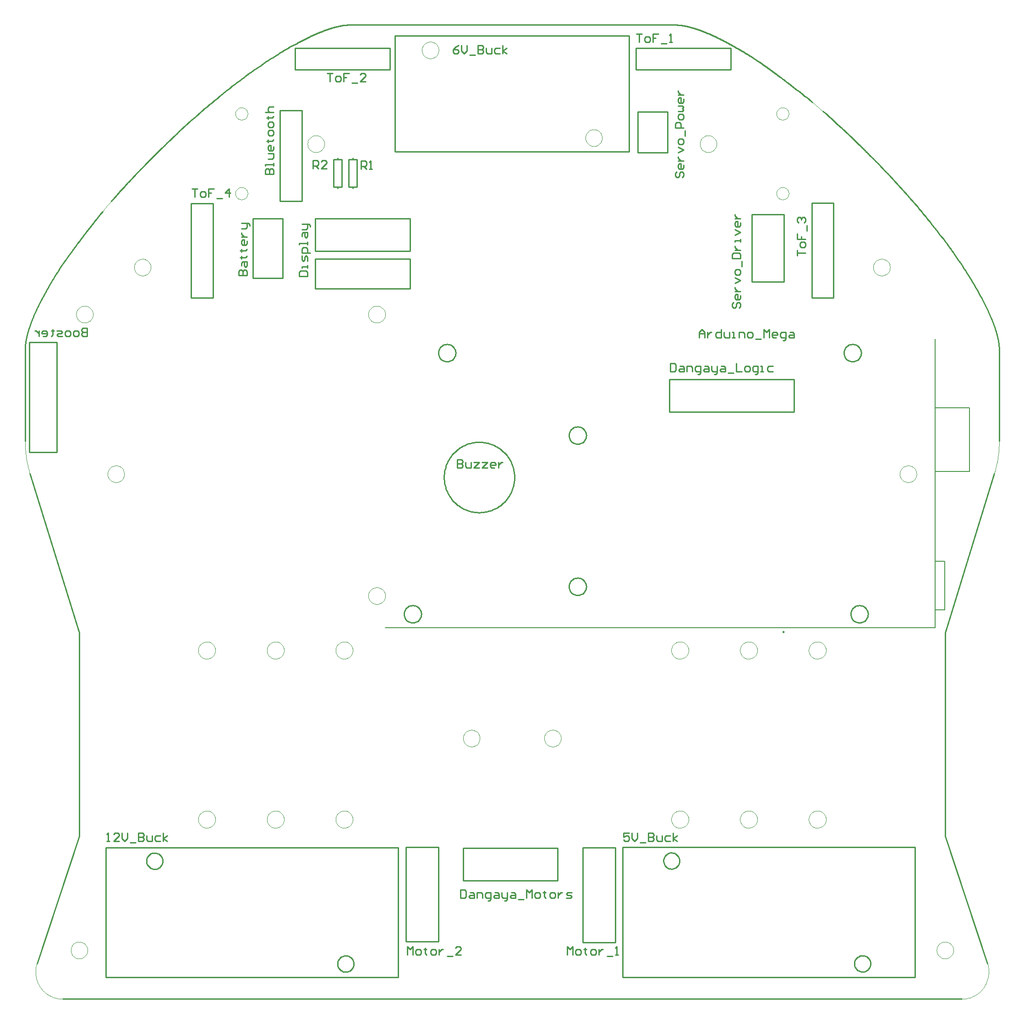
<source format=gto>
G04*
G04 #@! TF.GenerationSoftware,Altium Limited,Altium Designer,18.0.7 (293)*
G04*
G04 Layer_Color=65535*
%FSLAX25Y25*%
%MOIN*%
G70*
G01*
G75*
%ADD10C,0.00945*%
%ADD11C,0.01000*%
%ADD12C,0.00500*%
%ADD13C,0.00050*%
D10*
X552276Y396126D02*
X551567Y396535D01*
Y395717D01*
X552276Y396126D01*
X551567Y396535D01*
Y395717D01*
X552276Y396126D01*
X551567Y396535D01*
Y395717D01*
X552276Y396126D01*
D11*
X613299Y409000D02*
X613222Y409985D01*
X612991Y410947D01*
X612613Y411860D01*
X612096Y412703D01*
X611454Y413454D01*
X610703Y414096D01*
X609860Y414613D01*
X608947Y414991D01*
X607985Y415222D01*
X607000Y415299D01*
X606015Y415222D01*
X605053Y414991D01*
X604140Y414613D01*
X603297Y414096D01*
X602546Y413454D01*
X601904Y412703D01*
X601387Y411860D01*
X601009Y410947D01*
X600778Y409985D01*
X600701Y409000D01*
X600778Y408015D01*
X601009Y407053D01*
X601387Y406140D01*
X601904Y405297D01*
X602546Y404546D01*
X603297Y403904D01*
X604140Y403387D01*
X605053Y403009D01*
X606015Y402778D01*
X607000Y402701D01*
X607985Y402778D01*
X608947Y403009D01*
X609860Y403387D01*
X610703Y403904D01*
X611454Y404546D01*
X612096Y405297D01*
X612613Y406140D01*
X612991Y407053D01*
X613222Y408015D01*
X613299Y409000D01*
X608299Y599000D02*
X608222Y599985D01*
X607991Y600947D01*
X607613Y601860D01*
X607096Y602703D01*
X606454Y603454D01*
X605703Y604096D01*
X604860Y604613D01*
X603947Y604991D01*
X602985Y605222D01*
X602000Y605299D01*
X601015Y605222D01*
X600053Y604991D01*
X599140Y604613D01*
X598297Y604096D01*
X597546Y603454D01*
X596904Y602703D01*
X596387Y601860D01*
X596009Y600947D01*
X595778Y599985D01*
X595701Y599000D01*
X595778Y598015D01*
X596009Y597053D01*
X596387Y596140D01*
X596904Y595297D01*
X597546Y594546D01*
X598297Y593904D01*
X599140Y593387D01*
X600053Y593009D01*
X601015Y592778D01*
X602000Y592701D01*
X602985Y592778D01*
X603947Y593009D01*
X604860Y593387D01*
X605703Y593904D01*
X606454Y594546D01*
X607096Y595297D01*
X607613Y596140D01*
X607991Y597053D01*
X608222Y598015D01*
X608299Y599000D01*
X408299Y429000D02*
X408222Y429985D01*
X407991Y430947D01*
X407613Y431860D01*
X407096Y432703D01*
X406454Y433454D01*
X405703Y434096D01*
X404860Y434613D01*
X403947Y434991D01*
X402985Y435222D01*
X402000Y435299D01*
X401015Y435222D01*
X400053Y434991D01*
X399140Y434613D01*
X398297Y434096D01*
X397546Y433454D01*
X396904Y432703D01*
X396387Y431860D01*
X396009Y430947D01*
X395778Y429985D01*
X395701Y429000D01*
X395778Y428015D01*
X396009Y427053D01*
X396387Y426140D01*
X396904Y425297D01*
X397546Y424546D01*
X398297Y423904D01*
X399140Y423387D01*
X400053Y423009D01*
X401015Y422778D01*
X402000Y422701D01*
X402985Y422778D01*
X403947Y423009D01*
X404860Y423387D01*
X405703Y423904D01*
X406454Y424546D01*
X407096Y425297D01*
X407613Y426140D01*
X407991Y427053D01*
X408222Y428015D01*
X408299Y429000D01*
Y539000D02*
X408222Y539985D01*
X407991Y540947D01*
X407613Y541860D01*
X407096Y542703D01*
X406454Y543454D01*
X405703Y544096D01*
X404860Y544613D01*
X403947Y544991D01*
X402985Y545222D01*
X402000Y545299D01*
X401015Y545222D01*
X400053Y544991D01*
X399140Y544613D01*
X398297Y544096D01*
X397546Y543454D01*
X396904Y542703D01*
X396387Y541860D01*
X396009Y540947D01*
X395778Y539985D01*
X395701Y539000D01*
X395778Y538015D01*
X396009Y537053D01*
X396387Y536140D01*
X396904Y535297D01*
X397546Y534546D01*
X398297Y533904D01*
X399140Y533387D01*
X400053Y533009D01*
X401015Y532778D01*
X402000Y532701D01*
X402985Y532778D01*
X403947Y533009D01*
X404860Y533387D01*
X405703Y533904D01*
X406454Y534546D01*
X407096Y535297D01*
X407613Y536140D01*
X407991Y537053D01*
X408222Y538015D01*
X408299Y539000D01*
X288299Y409000D02*
X288222Y409985D01*
X287991Y410947D01*
X287613Y411860D01*
X287096Y412703D01*
X286454Y413454D01*
X285703Y414096D01*
X284860Y414613D01*
X283947Y414991D01*
X282985Y415222D01*
X282000Y415299D01*
X281015Y415222D01*
X280053Y414991D01*
X279140Y414613D01*
X278297Y414096D01*
X277546Y413454D01*
X276904Y412703D01*
X276387Y411860D01*
X276009Y410947D01*
X275778Y409985D01*
X275701Y409000D01*
X275778Y408015D01*
X276009Y407053D01*
X276387Y406140D01*
X276904Y405297D01*
X277546Y404546D01*
X278297Y403904D01*
X279140Y403387D01*
X280053Y403009D01*
X281015Y402778D01*
X282000Y402701D01*
X282985Y402778D01*
X283947Y403009D01*
X284860Y403387D01*
X285703Y403904D01*
X286454Y404546D01*
X287096Y405297D01*
X287613Y406140D01*
X287991Y407053D01*
X288222Y408015D01*
X288299Y409000D01*
X313299Y599000D02*
X313222Y599985D01*
X312991Y600947D01*
X312613Y601860D01*
X312096Y602703D01*
X311454Y603454D01*
X310703Y604096D01*
X309860Y604613D01*
X308947Y604991D01*
X307985Y605222D01*
X307000Y605299D01*
X306015Y605222D01*
X305053Y604991D01*
X304140Y604613D01*
X303297Y604096D01*
X302546Y603454D01*
X301904Y602703D01*
X301387Y601860D01*
X301009Y600947D01*
X300778Y599985D01*
X300701Y599000D01*
X300778Y598015D01*
X301009Y597053D01*
X301387Y596140D01*
X301904Y595297D01*
X302546Y594546D01*
X303297Y593904D01*
X304140Y593387D01*
X305053Y593009D01*
X306015Y592778D01*
X307000Y592701D01*
X307985Y592778D01*
X308947Y593009D01*
X309860Y593387D01*
X310703Y593904D01*
X311454Y594546D01*
X312096Y595297D01*
X312613Y596140D01*
X312991Y597053D01*
X313222Y598015D01*
X313299Y599000D01*
X356051Y508500D02*
X356032Y509498D01*
X355973Y510495D01*
X355876Y511489D01*
X355740Y512479D01*
X355566Y513462D01*
X355353Y514438D01*
X355102Y515404D01*
X354814Y516360D01*
X354489Y517305D01*
X354127Y518235D01*
X353729Y519151D01*
X353296Y520051D01*
X352828Y520933D01*
X352326Y521796D01*
X351790Y522639D01*
X351222Y523461D01*
X350623Y524260D01*
X349993Y525034D01*
X349333Y525784D01*
X348644Y526507D01*
X347927Y527203D01*
X347184Y527870D01*
X346416Y528508D01*
X345623Y529115D01*
X344808Y529691D01*
X343970Y530234D01*
X343111Y530745D01*
X342234Y531221D01*
X341338Y531664D01*
X340426Y532070D01*
X339499Y532441D01*
X338558Y532776D01*
X337605Y533073D01*
X336641Y533333D01*
X335667Y533555D01*
X334686Y533739D01*
X333698Y533885D01*
X332705Y533992D01*
X331709Y534060D01*
X330710Y534089D01*
X329712Y534080D01*
X328714Y534031D01*
X327719Y533943D01*
X326729Y533817D01*
X325744Y533652D01*
X324766Y533449D01*
X323797Y533208D01*
X322838Y532929D01*
X321891Y532613D01*
X320957Y532260D01*
X320037Y531871D01*
X319133Y531447D01*
X318246Y530987D01*
X317378Y530494D01*
X316530Y529967D01*
X315703Y529407D01*
X314899Y528815D01*
X314118Y528192D01*
X313362Y527540D01*
X312632Y526858D01*
X311929Y526149D01*
X311255Y525412D01*
X310610Y524650D01*
X309995Y523863D01*
X309411Y523053D01*
X308859Y522221D01*
X308340Y521367D01*
X307855Y520495D01*
X307404Y519603D01*
X306989Y518695D01*
X306609Y517772D01*
X306265Y516834D01*
X305959Y515884D01*
X305689Y514922D01*
X305457Y513951D01*
X305264Y512971D01*
X305108Y511985D01*
X304992Y510993D01*
X304914Y509997D01*
X304875Y508999D01*
Y508001D01*
X304914Y507003D01*
X304992Y506007D01*
X305108Y505016D01*
X305264Y504029D01*
X305457Y503049D01*
X305689Y502078D01*
X305958Y501116D01*
X306265Y500166D01*
X306609Y499228D01*
X306989Y498305D01*
X307404Y497397D01*
X307855Y496506D01*
X308340Y495633D01*
X308859Y494779D01*
X309411Y493947D01*
X309995Y493137D01*
X310610Y492350D01*
X311255Y491588D01*
X311929Y490851D01*
X312632Y490142D01*
X313362Y489460D01*
X314118Y488808D01*
X314898Y488185D01*
X315703Y487593D01*
X316530Y487034D01*
X317378Y486506D01*
X318246Y486013D01*
X319133Y485553D01*
X320037Y485129D01*
X320956Y484740D01*
X321891Y484387D01*
X322838Y484071D01*
X323797Y483792D01*
X324766Y483551D01*
X325744Y483348D01*
X326729Y483183D01*
X327719Y483057D01*
X328714Y482969D01*
X329712Y482920D01*
X330710Y482911D01*
X331708Y482940D01*
X332705Y483008D01*
X333698Y483115D01*
X334686Y483261D01*
X335667Y483445D01*
X336641Y483667D01*
X337605Y483927D01*
X338558Y484224D01*
X339499Y484559D01*
X340426Y484930D01*
X341338Y485336D01*
X342234Y485779D01*
X343111Y486255D01*
X343970Y486766D01*
X344807Y487309D01*
X345623Y487885D01*
X346416Y488492D01*
X347184Y489130D01*
X347927Y489797D01*
X348644Y490493D01*
X349333Y491216D01*
X349992Y491966D01*
X350623Y492740D01*
X351222Y493539D01*
X351790Y494360D01*
X352326Y495203D01*
X352828Y496067D01*
X353296Y496949D01*
X353729Y497849D01*
X354127Y498765D01*
X354489Y499695D01*
X354814Y500639D01*
X355102Y501596D01*
X355353Y502562D01*
X355566Y503538D01*
X355740Y504521D01*
X355876Y505511D01*
X355973Y506504D01*
X356032Y507501D01*
X356051Y508500D01*
X476246Y229450D02*
X476161Y230448D01*
X475908Y231418D01*
X475496Y232330D01*
X474935Y233160D01*
X474242Y233884D01*
X473436Y234479D01*
X472542Y234930D01*
X471584Y235223D01*
X470591Y235351D01*
X469590Y235308D01*
X468611Y235097D01*
X467682Y234723D01*
X466828Y234198D01*
X466077Y233537D01*
X465447Y232757D01*
X464959Y231883D01*
X464625Y230938D01*
X464456Y229951D01*
Y228949D01*
X464625Y227962D01*
X464959Y227018D01*
X465447Y226143D01*
X466077Y225364D01*
X466828Y224702D01*
X467682Y224177D01*
X468611Y223804D01*
X469590Y223593D01*
X470591Y223550D01*
X471584Y223677D01*
X472542Y223971D01*
X473436Y224422D01*
X474242Y225017D01*
X474935Y225740D01*
X475496Y226570D01*
X475908Y227483D01*
X476161Y228452D01*
X476246Y229450D01*
X615222Y154647D02*
X615137Y155645D01*
X614885Y156615D01*
X614472Y157527D01*
X613911Y158357D01*
X613218Y159080D01*
X612413Y159676D01*
X611518Y160127D01*
X610561Y160420D01*
X609567Y160547D01*
X608566Y160505D01*
X607587Y160294D01*
X606658Y159920D01*
X605805Y159395D01*
X605053Y158733D01*
X604424Y157954D01*
X603935Y157080D01*
X603602Y156135D01*
X603432Y155148D01*
Y154146D01*
X603602Y153159D01*
X603935Y152215D01*
X604424Y151340D01*
X605053Y150561D01*
X605805Y149899D01*
X606658Y149374D01*
X607587Y149001D01*
X608566Y148790D01*
X609567Y148747D01*
X610561Y148874D01*
X611518Y149168D01*
X612413Y149618D01*
X613218Y150214D01*
X613911Y150937D01*
X614472Y151767D01*
X614885Y152680D01*
X615137Y153649D01*
X615222Y154647D01*
X100146Y229350D02*
X100061Y230348D01*
X99808Y231318D01*
X99396Y232230D01*
X98835Y233060D01*
X98142Y233784D01*
X97337Y234379D01*
X96442Y234830D01*
X95484Y235123D01*
X94491Y235251D01*
X93490Y235208D01*
X92511Y234997D01*
X91581Y234624D01*
X90728Y234098D01*
X89977Y233437D01*
X89347Y232657D01*
X88859Y231783D01*
X88525Y230838D01*
X88356Y229851D01*
Y228850D01*
X88525Y227862D01*
X88859Y226918D01*
X89347Y226043D01*
X89977Y225264D01*
X90728Y224602D01*
X91581Y224077D01*
X92511Y223704D01*
X93490Y223493D01*
X94491Y223450D01*
X95484Y223577D01*
X96442Y223871D01*
X97337Y224322D01*
X98142Y224917D01*
X98835Y225640D01*
X99396Y226470D01*
X99808Y227383D01*
X100061Y228352D01*
X100146Y229350D01*
X239122Y154547D02*
X239037Y155545D01*
X238785Y156515D01*
X238372Y157427D01*
X237811Y158257D01*
X237118Y158980D01*
X236313Y159576D01*
X235418Y160027D01*
X234461Y160320D01*
X233467Y160447D01*
X232466Y160405D01*
X231487Y160194D01*
X230558Y159820D01*
X229705Y159295D01*
X228953Y158633D01*
X228324Y157854D01*
X227835Y156980D01*
X227502Y156035D01*
X227332Y155048D01*
Y154046D01*
X227502Y153059D01*
X227835Y152115D01*
X228324Y151240D01*
X228953Y150461D01*
X229705Y149799D01*
X230558Y149274D01*
X231487Y148901D01*
X232466Y148690D01*
X233467Y148647D01*
X234461Y148774D01*
X235419Y149068D01*
X236313Y149519D01*
X237118Y150114D01*
X237811Y150837D01*
X238372Y151667D01*
X238785Y152580D01*
X239037Y153549D01*
X239122Y154547D01*
X3158Y606642D02*
X23000D01*
Y526800D02*
Y606642D01*
X3158Y526800D02*
X23000D01*
X3158D02*
Y606642D01*
X165657Y653504D02*
Y696811D01*
X187311D01*
Y653504D02*
Y696811D01*
X165657Y653504D02*
X187311D01*
X439567Y745260D02*
Y829906D01*
X269094Y745260D02*
X439567D01*
X269094Y829906D02*
X439567D01*
X269094Y745260D02*
Y829906D01*
X445689Y744815D02*
Y774343D01*
Y744815D02*
X467343D01*
Y774343D01*
X445689D02*
X467343D01*
X318657Y215157D02*
Y238780D01*
X387555D01*
Y215157D02*
Y238780D01*
X318657Y215157D02*
X387555D01*
X572378Y639157D02*
X588126D01*
Y708055D01*
X572378D02*
X588126D01*
X572378Y639157D02*
Y708055D01*
X538500Y699843D02*
X552280D01*
Y650630D02*
Y699843D01*
X528657Y650630D02*
X552280D01*
X528657D02*
Y699843D01*
X538500D01*
X280055Y683091D02*
Y696870D01*
X211157D02*
X280055D01*
X211157Y673248D02*
Y696870D01*
Y673248D02*
X280055D01*
Y683091D01*
X211157Y655532D02*
Y667343D01*
X280055D01*
Y645689D02*
Y667343D01*
X211157Y645689D02*
X280055D01*
X211157D02*
Y655532D01*
X238500Y719700D02*
X241500D01*
Y739700D01*
X235500D02*
X241500D01*
X235500Y719700D02*
Y739700D01*
Y719700D02*
X238500D01*
Y739700D02*
Y740600D01*
Y718800D02*
Y719700D01*
X224500Y739700D02*
X227500D01*
X224500Y719700D02*
Y739700D01*
Y719700D02*
X230500D01*
Y739700D01*
X227500D02*
X230500D01*
X227500Y718800D02*
Y719700D01*
Y739700D02*
Y740600D01*
X185500Y709500D02*
Y775500D01*
Y709500D02*
X201500D01*
Y775500D01*
X185500D02*
X201500D01*
X196445Y805000D02*
X265343D01*
X196445D02*
Y820748D01*
X265343D01*
Y805000D02*
Y820748D01*
X405720Y170157D02*
X429343D01*
X405720D02*
Y239055D01*
X429343D01*
Y170157D02*
Y239055D01*
X277120Y170657D02*
X300743D01*
X277120D02*
Y239555D01*
X300743D01*
Y170657D02*
Y239555D01*
X559343Y556220D02*
Y579843D01*
X468791Y556220D02*
X559343D01*
X468791D02*
Y579843D01*
X559343D01*
X434907Y239293D02*
X647506D01*
Y144805D02*
Y239293D01*
X434907Y144805D02*
X647506D01*
X434907D02*
Y239293D01*
X58807Y239193D02*
X271406D01*
Y144705D02*
Y239193D01*
X58807Y144705D02*
X271406D01*
X58807D02*
Y239193D01*
X444445Y805000D02*
X513343D01*
X444445D02*
Y820748D01*
X513343D01*
Y805000D02*
Y820748D01*
X136622Y638945D02*
Y707843D01*
X120874Y638945D02*
X136622D01*
X120874D02*
Y707843D01*
X136622D01*
X45200Y616998D02*
Y611000D01*
X42201D01*
X41201Y612000D01*
Y612999D01*
X42201Y613999D01*
X45200D01*
X42201D01*
X41201Y614999D01*
Y615998D01*
X42201Y616998D01*
X45200D01*
X38202Y611000D02*
X36203D01*
X35203Y612000D01*
Y613999D01*
X36203Y614999D01*
X38202D01*
X39202Y613999D01*
Y612000D01*
X38202Y611000D01*
X32204D02*
X30205D01*
X29205Y612000D01*
Y613999D01*
X30205Y614999D01*
X32204D01*
X33204Y613999D01*
Y612000D01*
X32204Y611000D01*
X27206D02*
X24207D01*
X23207Y612000D01*
X24207Y612999D01*
X26206D01*
X27206Y613999D01*
X26206Y614999D01*
X23207D01*
X20208Y615998D02*
Y614999D01*
X21208D01*
X19208D01*
X20208D01*
Y612000D01*
X19208Y611000D01*
X13210D02*
X15210D01*
X16209Y612000D01*
Y613999D01*
X15210Y614999D01*
X13210D01*
X12211Y613999D01*
Y612999D01*
X16209D01*
X10211Y614999D02*
Y611000D01*
Y612999D01*
X9212Y613999D01*
X8212Y614999D01*
X7212D01*
X121400Y718298D02*
X125399D01*
X123399D01*
Y712300D01*
X128398D02*
X130397D01*
X131397Y713300D01*
Y715299D01*
X130397Y716299D01*
X128398D01*
X127398Y715299D01*
Y713300D01*
X128398Y712300D01*
X137395Y718298D02*
X133396D01*
Y715299D01*
X135396D01*
X133396D01*
Y712300D01*
X139394Y711300D02*
X143393D01*
X148391Y712300D02*
Y718298D01*
X145392Y715299D01*
X149391D01*
X561902Y669900D02*
Y673899D01*
Y671899D01*
X567900D01*
Y676898D02*
Y678897D01*
X566900Y679897D01*
X564901D01*
X563901Y678897D01*
Y676898D01*
X564901Y675898D01*
X566900D01*
X567900Y676898D01*
X561902Y685895D02*
Y681896D01*
X564901D01*
Y683895D01*
Y681896D01*
X567900D01*
X568900Y687894D02*
Y691893D01*
X562902Y693892D02*
X561902Y694892D01*
Y696891D01*
X562902Y697891D01*
X563901D01*
X564901Y696891D01*
Y695892D01*
Y696891D01*
X565901Y697891D01*
X566900D01*
X567900Y696891D01*
Y694892D01*
X566900Y693892D01*
X219700Y802298D02*
X223699D01*
X221699D01*
Y796300D01*
X226698D02*
X228697D01*
X229697Y797300D01*
Y799299D01*
X228697Y800299D01*
X226698D01*
X225698Y799299D01*
Y797300D01*
X226698Y796300D01*
X235695Y802298D02*
X231696D01*
Y799299D01*
X233696D01*
X231696D01*
Y796300D01*
X237694Y795300D02*
X241693D01*
X247691Y796300D02*
X243692D01*
X247691Y800299D01*
Y801298D01*
X246691Y802298D01*
X244692D01*
X243692Y801298D01*
X444900Y831198D02*
X448899D01*
X446899D01*
Y825200D01*
X451898D02*
X453897D01*
X454897Y826200D01*
Y828199D01*
X453897Y829199D01*
X451898D01*
X450898Y828199D01*
Y826200D01*
X451898Y825200D01*
X460895Y831198D02*
X456896D01*
Y828199D01*
X458895D01*
X456896D01*
Y825200D01*
X462894Y824200D02*
X466893D01*
X468892Y825200D02*
X470892D01*
X469892D01*
Y831198D01*
X468892Y830198D01*
X474102Y730699D02*
X473102Y729699D01*
Y727700D01*
X474102Y726700D01*
X475101D01*
X476101Y727700D01*
Y729699D01*
X477101Y730699D01*
X478100D01*
X479100Y729699D01*
Y727700D01*
X478100Y726700D01*
X479100Y735697D02*
Y733698D01*
X478100Y732698D01*
X476101D01*
X475101Y733698D01*
Y735697D01*
X476101Y736697D01*
X477101D01*
Y732698D01*
X475101Y738696D02*
X479100D01*
X477101D01*
X476101Y739696D01*
X475101Y740695D01*
Y741695D01*
Y744694D02*
X479100Y746694D01*
X475101Y748693D01*
X479100Y751692D02*
Y753691D01*
X478100Y754691D01*
X476101D01*
X475101Y753691D01*
Y751692D01*
X476101Y750692D01*
X478100D01*
X479100Y751692D01*
X480100Y756690D02*
Y760689D01*
X479100Y762688D02*
X473102D01*
Y765687D01*
X474102Y766687D01*
X476101D01*
X477101Y765687D01*
Y762688D01*
X479100Y769686D02*
Y771686D01*
X478100Y772685D01*
X476101D01*
X475101Y771686D01*
Y769686D01*
X476101Y768686D01*
X478100D01*
X479100Y769686D01*
X475101Y774684D02*
X478100D01*
X479100Y775684D01*
X478100Y776684D01*
X479100Y777683D01*
X478100Y778683D01*
X475101D01*
X479100Y783682D02*
Y781682D01*
X478100Y780683D01*
X476101D01*
X475101Y781682D01*
Y783682D01*
X476101Y784681D01*
X477101D01*
Y780683D01*
X475101Y786681D02*
X479100D01*
X477101D01*
X476101Y787680D01*
X475101Y788680D01*
Y789680D01*
X515602Y635899D02*
X514602Y634899D01*
Y632900D01*
X515602Y631900D01*
X516601D01*
X517601Y632900D01*
Y634899D01*
X518601Y635899D01*
X519600D01*
X520600Y634899D01*
Y632900D01*
X519600Y631900D01*
X520600Y640897D02*
Y638898D01*
X519600Y637898D01*
X517601D01*
X516601Y638898D01*
Y640897D01*
X517601Y641897D01*
X518601D01*
Y637898D01*
X516601Y643896D02*
X520600D01*
X518601D01*
X517601Y644896D01*
X516601Y645895D01*
Y646895D01*
Y649894D02*
X520600Y651894D01*
X516601Y653893D01*
X520600Y656892D02*
Y658891D01*
X519600Y659891D01*
X517601D01*
X516601Y658891D01*
Y656892D01*
X517601Y655892D01*
X519600D01*
X520600Y656892D01*
X521600Y661890D02*
Y665889D01*
X514602Y667888D02*
X520600D01*
Y670887D01*
X519600Y671887D01*
X515602D01*
X514602Y670887D01*
Y667888D01*
X516601Y673886D02*
X520600D01*
X518601D01*
X517601Y674886D01*
X516601Y675886D01*
Y676886D01*
X520600Y679884D02*
Y681884D01*
Y680884D01*
X516601D01*
Y679884D01*
Y684883D02*
X520600Y686882D01*
X516601Y688882D01*
X520600Y693880D02*
Y691881D01*
X519600Y690881D01*
X517601D01*
X516601Y691881D01*
Y693880D01*
X517601Y694880D01*
X518601D01*
Y690881D01*
X516601Y696879D02*
X520600D01*
X518601D01*
X517601Y697879D01*
X516601Y698878D01*
Y699878D01*
X209600Y733100D02*
Y739098D01*
X212599D01*
X213599Y738098D01*
Y736099D01*
X212599Y735099D01*
X209600D01*
X211599D02*
X213599Y733100D01*
X219597D02*
X215598D01*
X219597Y737099D01*
Y738098D01*
X218597Y739098D01*
X216598D01*
X215598Y738098D01*
X244400Y732900D02*
Y738898D01*
X247399D01*
X248399Y737898D01*
Y735899D01*
X247399Y734899D01*
X244400D01*
X246399D02*
X248399Y732900D01*
X250398D02*
X252397D01*
X251398D01*
Y738898D01*
X250398Y737898D01*
X278200Y161200D02*
Y167198D01*
X280199Y165199D01*
X282199Y167198D01*
Y161200D01*
X285198D02*
X287197D01*
X288197Y162200D01*
Y164199D01*
X287197Y165199D01*
X285198D01*
X284198Y164199D01*
Y162200D01*
X285198Y161200D01*
X291196Y166198D02*
Y165199D01*
X290196D01*
X292196D01*
X291196D01*
Y162200D01*
X292196Y161200D01*
X296194D02*
X298194D01*
X299193Y162200D01*
Y164199D01*
X298194Y165199D01*
X296194D01*
X295195Y164199D01*
Y162200D01*
X296194Y161200D01*
X301193Y165199D02*
Y161200D01*
Y163199D01*
X302192Y164199D01*
X303192Y165199D01*
X304192D01*
X307191Y160200D02*
X311189D01*
X317187Y161200D02*
X313189D01*
X317187Y165199D01*
Y166198D01*
X316188Y167198D01*
X314188D01*
X313189Y166198D01*
X394500Y161000D02*
Y166998D01*
X396499Y164999D01*
X398499Y166998D01*
Y161000D01*
X401498D02*
X403497D01*
X404497Y162000D01*
Y163999D01*
X403497Y164999D01*
X401498D01*
X400498Y163999D01*
Y162000D01*
X401498Y161000D01*
X407496Y165998D02*
Y164999D01*
X406496D01*
X408496D01*
X407496D01*
Y162000D01*
X408496Y161000D01*
X412494D02*
X414494D01*
X415493Y162000D01*
Y163999D01*
X414494Y164999D01*
X412494D01*
X411494Y163999D01*
Y162000D01*
X412494Y161000D01*
X417493Y164999D02*
Y161000D01*
Y162999D01*
X418492Y163999D01*
X419492Y164999D01*
X420492D01*
X423491Y160000D02*
X427489D01*
X429489Y161000D02*
X431488D01*
X430488D01*
Y166998D01*
X429489Y165998D01*
X199502Y654800D02*
X205500D01*
Y657799D01*
X204500Y658799D01*
X200502D01*
X199502Y657799D01*
Y654800D01*
X205500Y660798D02*
Y662797D01*
Y661798D01*
X201501D01*
Y660798D01*
X205500Y665796D02*
Y668795D01*
X204500Y669795D01*
X203501Y668795D01*
Y666796D01*
X202501Y665796D01*
X201501Y666796D01*
Y669795D01*
X207499Y671795D02*
X201501D01*
Y674793D01*
X202501Y675793D01*
X204500D01*
X205500Y674793D01*
Y671795D01*
Y677793D02*
Y679792D01*
Y678792D01*
X199502D01*
Y677793D01*
X201501Y683791D02*
Y685790D01*
X202501Y686790D01*
X205500D01*
Y683791D01*
X204500Y682791D01*
X203501Y683791D01*
Y686790D01*
X201501Y688789D02*
X204500D01*
X205500Y689789D01*
Y692788D01*
X206500D01*
X207499Y691788D01*
Y690788D01*
X205500Y692788D02*
X201501D01*
X316800Y208498D02*
Y202500D01*
X319799D01*
X320799Y203500D01*
Y207498D01*
X319799Y208498D01*
X316800D01*
X323798Y206499D02*
X325797D01*
X326797Y205499D01*
Y202500D01*
X323798D01*
X322798Y203500D01*
X323798Y204499D01*
X326797D01*
X328796Y202500D02*
Y206499D01*
X331795D01*
X332795Y205499D01*
Y202500D01*
X336793Y200501D02*
X337793D01*
X338793Y201500D01*
Y206499D01*
X335794D01*
X334794Y205499D01*
Y203500D01*
X335794Y202500D01*
X338793D01*
X341792Y206499D02*
X343791D01*
X344791Y205499D01*
Y202500D01*
X341792D01*
X340792Y203500D01*
X341792Y204499D01*
X344791D01*
X346790Y206499D02*
Y203500D01*
X347790Y202500D01*
X350789D01*
Y201500D01*
X349789Y200501D01*
X348790D01*
X350789Y202500D02*
Y206499D01*
X353788D02*
X355787D01*
X356787Y205499D01*
Y202500D01*
X353788D01*
X352788Y203500D01*
X353788Y204499D01*
X356787D01*
X358786Y201500D02*
X362785D01*
X364785Y202500D02*
Y208498D01*
X366784Y206499D01*
X368783Y208498D01*
Y202500D01*
X371782D02*
X373782D01*
X374781Y203500D01*
Y205499D01*
X373782Y206499D01*
X371782D01*
X370782Y205499D01*
Y203500D01*
X371782Y202500D01*
X377780Y207498D02*
Y206499D01*
X376781D01*
X378780D01*
X377780D01*
Y203500D01*
X378780Y202500D01*
X382779D02*
X384778D01*
X385778Y203500D01*
Y205499D01*
X384778Y206499D01*
X382779D01*
X381779Y205499D01*
Y203500D01*
X382779Y202500D01*
X387777Y206499D02*
Y202500D01*
Y204499D01*
X388777Y205499D01*
X389776Y206499D01*
X390776D01*
X393775Y202500D02*
X396774D01*
X397774Y203500D01*
X396774Y204499D01*
X394775D01*
X393775Y205499D01*
X394775Y206499D01*
X397774D01*
X469300Y591298D02*
Y585300D01*
X472299D01*
X473299Y586300D01*
Y590298D01*
X472299Y591298D01*
X469300D01*
X476298Y589299D02*
X478297D01*
X479297Y588299D01*
Y585300D01*
X476298D01*
X475298Y586300D01*
X476298Y587299D01*
X479297D01*
X481296Y585300D02*
Y589299D01*
X484295D01*
X485295Y588299D01*
Y585300D01*
X489293Y583301D02*
X490293D01*
X491293Y584300D01*
Y589299D01*
X488294D01*
X487294Y588299D01*
Y586300D01*
X488294Y585300D01*
X491293D01*
X494292Y589299D02*
X496291D01*
X497291Y588299D01*
Y585300D01*
X494292D01*
X493292Y586300D01*
X494292Y587299D01*
X497291D01*
X499290Y589299D02*
Y586300D01*
X500290Y585300D01*
X503289D01*
Y584300D01*
X502289Y583301D01*
X501290D01*
X503289Y585300D02*
Y589299D01*
X506288D02*
X508287D01*
X509287Y588299D01*
Y585300D01*
X506288D01*
X505288Y586300D01*
X506288Y587299D01*
X509287D01*
X511286Y584300D02*
X515285D01*
X517284Y591298D02*
Y585300D01*
X521283D01*
X524282D02*
X526282D01*
X527281Y586300D01*
Y588299D01*
X526282Y589299D01*
X524282D01*
X523282Y588299D01*
Y586300D01*
X524282Y585300D01*
X531280Y583301D02*
X532280D01*
X533279Y584300D01*
Y589299D01*
X530280D01*
X529281Y588299D01*
Y586300D01*
X530280Y585300D01*
X533279D01*
X535279D02*
X537278D01*
X536278D01*
Y589299D01*
X535279D01*
X544276D02*
X541277D01*
X540277Y588299D01*
Y586300D01*
X541277Y585300D01*
X544276D01*
X314500Y521498D02*
Y515500D01*
X317499D01*
X318499Y516500D01*
Y517499D01*
X317499Y518499D01*
X314500D01*
X317499D01*
X318499Y519499D01*
Y520498D01*
X317499Y521498D01*
X314500D01*
X320498Y519499D02*
Y516500D01*
X321498Y515500D01*
X324497D01*
Y519499D01*
X326496D02*
X330495D01*
X326496Y515500D01*
X330495D01*
X332494Y519499D02*
X336493D01*
X332494Y515500D01*
X336493D01*
X341491D02*
X339492D01*
X338492Y516500D01*
Y518499D01*
X339492Y519499D01*
X341491D01*
X342491Y518499D01*
Y517499D01*
X338492D01*
X344490Y519499D02*
Y515500D01*
Y517499D01*
X345490Y518499D01*
X346490Y519499D01*
X347489D01*
X174702Y729000D02*
X180700D01*
Y731999D01*
X179700Y732999D01*
X178701D01*
X177701Y731999D01*
Y729000D01*
Y731999D01*
X176701Y732999D01*
X175702D01*
X174702Y731999D01*
Y729000D01*
X180700Y734998D02*
Y736997D01*
Y735998D01*
X174702D01*
Y734998D01*
X176701Y739996D02*
X179700D01*
X180700Y740996D01*
Y743995D01*
X176701D01*
X180700Y748993D02*
Y746994D01*
X179700Y745995D01*
X177701D01*
X176701Y746994D01*
Y748993D01*
X177701Y749993D01*
X178701D01*
Y745995D01*
X175702Y752992D02*
X176701D01*
Y751993D01*
Y753992D01*
Y752992D01*
X179700D01*
X180700Y753992D01*
Y757991D02*
Y759990D01*
X179700Y760990D01*
X177701D01*
X176701Y759990D01*
Y757991D01*
X177701Y756991D01*
X179700D01*
X180700Y757991D01*
Y763989D02*
Y765988D01*
X179700Y766988D01*
X177701D01*
X176701Y765988D01*
Y763989D01*
X177701Y762989D01*
X179700D01*
X180700Y763989D01*
X175702Y769987D02*
X176701D01*
Y768987D01*
Y770986D01*
Y769987D01*
X179700D01*
X180700Y770986D01*
X174702Y773985D02*
X180700D01*
X177701D01*
X176701Y774985D01*
Y776985D01*
X177701Y777984D01*
X180700D01*
X155302Y655400D02*
X161300D01*
Y658399D01*
X160300Y659399D01*
X159301D01*
X158301Y658399D01*
Y655400D01*
Y658399D01*
X157301Y659399D01*
X156302D01*
X155302Y658399D01*
Y655400D01*
X157301Y662398D02*
Y664397D01*
X158301Y665397D01*
X161300D01*
Y662398D01*
X160300Y661398D01*
X159301Y662398D01*
Y665397D01*
X156302Y668396D02*
X157301D01*
Y667396D01*
Y669395D01*
Y668396D01*
X160300D01*
X161300Y669395D01*
X156302Y673394D02*
X157301D01*
Y672395D01*
Y674394D01*
Y673394D01*
X160300D01*
X161300Y674394D01*
Y680392D02*
Y678393D01*
X160300Y677393D01*
X158301D01*
X157301Y678393D01*
Y680392D01*
X158301Y681392D01*
X159301D01*
Y677393D01*
X157301Y683391D02*
X161300D01*
X159301D01*
X158301Y684391D01*
X157301Y685390D01*
Y686390D01*
Y689389D02*
X160300D01*
X161300Y690389D01*
Y693388D01*
X162300D01*
X163299Y692388D01*
Y691388D01*
X161300Y693388D02*
X157301D01*
X490500Y610100D02*
Y614099D01*
X492499Y616098D01*
X494499Y614099D01*
Y610100D01*
Y613099D01*
X490500D01*
X496498Y614099D02*
Y610100D01*
Y612099D01*
X497498Y613099D01*
X498497Y614099D01*
X499497D01*
X506495Y616098D02*
Y610100D01*
X503496D01*
X502496Y611100D01*
Y613099D01*
X503496Y614099D01*
X506495D01*
X508494D02*
Y611100D01*
X509494Y610100D01*
X512493D01*
Y614099D01*
X514492Y610100D02*
X516492D01*
X515492D01*
Y614099D01*
X514492D01*
X519491Y610100D02*
Y614099D01*
X522490D01*
X523489Y613099D01*
Y610100D01*
X526488D02*
X528488D01*
X529487Y611100D01*
Y613099D01*
X528488Y614099D01*
X526488D01*
X525489Y613099D01*
Y611100D01*
X526488Y610100D01*
X531487Y609100D02*
X535486D01*
X537485Y610100D02*
Y616098D01*
X539484Y614099D01*
X541483Y616098D01*
Y610100D01*
X546482D02*
X544483D01*
X543483Y611100D01*
Y613099D01*
X544483Y614099D01*
X546482D01*
X547482Y613099D01*
Y612099D01*
X543483D01*
X551480Y608101D02*
X552480D01*
X553480Y609100D01*
Y614099D01*
X550481D01*
X549481Y613099D01*
Y611100D01*
X550481Y610100D01*
X553480D01*
X556479Y614099D02*
X558478D01*
X559478Y613099D01*
Y610100D01*
X556479D01*
X555479Y611100D01*
X556479Y612099D01*
X559478D01*
X59300Y243700D02*
X61299D01*
X60300D01*
Y249698D01*
X59300Y248698D01*
X68297Y243700D02*
X64298D01*
X68297Y247699D01*
Y248698D01*
X67297Y249698D01*
X65298D01*
X64298Y248698D01*
X70296Y249698D02*
Y245699D01*
X72296Y243700D01*
X74295Y245699D01*
Y249698D01*
X76294Y242700D02*
X80293D01*
X82293Y249698D02*
Y243700D01*
X85292D01*
X86291Y244700D01*
Y245699D01*
X85292Y246699D01*
X82293D01*
X85292D01*
X86291Y247699D01*
Y248698D01*
X85292Y249698D01*
X82293D01*
X88291Y247699D02*
Y244700D01*
X89290Y243700D01*
X92289D01*
Y247699D01*
X98287D02*
X95288D01*
X94289Y246699D01*
Y244700D01*
X95288Y243700D01*
X98287D01*
X100287D02*
Y249698D01*
Y245699D02*
X103286Y247699D01*
X100287Y245699D02*
X103286Y243700D01*
X315299Y822598D02*
X313299Y821598D01*
X311300Y819599D01*
Y817600D01*
X312300Y816600D01*
X314299D01*
X315299Y817600D01*
Y818599D01*
X314299Y819599D01*
X311300D01*
X317298Y822598D02*
Y818599D01*
X319297Y816600D01*
X321297Y818599D01*
Y822598D01*
X323296Y815600D02*
X327295D01*
X329294Y822598D02*
Y816600D01*
X332293D01*
X333293Y817600D01*
Y818599D01*
X332293Y819599D01*
X329294D01*
X332293D01*
X333293Y820599D01*
Y821598D01*
X332293Y822598D01*
X329294D01*
X335292Y820599D02*
Y817600D01*
X336292Y816600D01*
X339291D01*
Y820599D01*
X345289D02*
X342290D01*
X341290Y819599D01*
Y817600D01*
X342290Y816600D01*
X345289D01*
X347288D02*
Y822598D01*
Y818599D02*
X350287Y820599D01*
X347288Y818599D02*
X350287Y816600D01*
X439399Y249798D02*
X435400D01*
Y246799D01*
X437399Y247799D01*
X438399D01*
X439399Y246799D01*
Y244800D01*
X438399Y243800D01*
X436400D01*
X435400Y244800D01*
X441398Y249798D02*
Y245799D01*
X443397Y243800D01*
X445397Y245799D01*
Y249798D01*
X447396Y242800D02*
X451395D01*
X453394Y249798D02*
Y243800D01*
X456393D01*
X457393Y244800D01*
Y245799D01*
X456393Y246799D01*
X453394D01*
X456393D01*
X457393Y247799D01*
Y248798D01*
X456393Y249798D01*
X453394D01*
X459392Y247799D02*
Y244800D01*
X460392Y243800D01*
X463391D01*
Y247799D01*
X469389D02*
X466390D01*
X465390Y246799D01*
Y244800D01*
X466390Y243800D01*
X469389D01*
X471388D02*
Y249798D01*
Y245799D02*
X474387Y247799D01*
X471388Y245799D02*
X474387Y243800D01*
X25Y534615D02*
Y601441D01*
X3550Y511320D02*
X39395Y395580D01*
Y247548D02*
Y395580D01*
X8623Y154889D02*
X39395Y247548D01*
X27305Y129000D02*
X681407D01*
X669316Y247548D02*
X700089Y154889D01*
X669316Y247548D02*
Y395580D01*
X705162Y511320D01*
X708686Y534615D02*
Y601441D01*
X708682Y601920D02*
X708686Y601441D01*
X708677Y602161D02*
X708682Y601920D01*
X708670Y602404D02*
X708677Y602161D01*
X708661Y602649D02*
X708670Y602404D01*
X708649Y602895D02*
X708661Y602649D01*
X708636Y603142D02*
X708649Y602895D01*
X708621Y603391D02*
X708636Y603142D01*
X708603Y603641D02*
X708621Y603391D01*
X708584Y603892D02*
X708603Y603641D01*
X708563Y604145D02*
X708584Y603892D01*
X708539Y604399D02*
X708563Y604145D01*
X708514Y604654D02*
X708539Y604399D01*
X708487Y604911D02*
X708514Y604654D01*
X708458Y605169D02*
X708487Y604911D01*
X708427Y605429D02*
X708458Y605169D01*
X708394Y605689D02*
X708427Y605429D01*
X708359Y605951D02*
X708394Y605689D01*
X708322Y606214D02*
X708359Y605951D01*
X708283Y606479D02*
X708322Y606214D01*
X708243Y606745D02*
X708283Y606479D01*
X708200Y607012D02*
X708243Y606745D01*
X708156Y607280D02*
X708200Y607012D01*
X708110Y607549D02*
X708156Y607280D01*
X708062Y607820D02*
X708110Y607549D01*
X708012Y608092D02*
X708062Y607820D01*
X707961Y608364D02*
X708012Y608092D01*
X707907Y608639D02*
X707961Y608364D01*
X707852Y608914D02*
X707907Y608639D01*
X707795Y609190D02*
X707852Y608914D01*
X707736Y609468D02*
X707795Y609190D01*
X707676Y609747D02*
X707736Y609468D01*
X707614Y610026D02*
X707676Y609747D01*
X707550Y610307D02*
X707614Y610026D01*
X707484Y610589D02*
X707550Y610307D01*
X707417Y610872D02*
X707484Y610589D01*
X707347Y611157D02*
X707417Y610872D01*
X707277Y611442D02*
X707347Y611157D01*
X707204Y611728D02*
X707277Y611442D01*
X707130Y612015D02*
X707204Y611728D01*
X707054Y612304D02*
X707130Y612015D01*
X706977Y612593D02*
X707054Y612304D01*
X706897Y612883D02*
X706977Y612593D01*
X706817Y613175D02*
X706897Y612883D01*
X706734Y613467D02*
X706817Y613175D01*
X706650Y613760D02*
X706734Y613467D01*
X706565Y614055D02*
X706650Y613760D01*
X706477Y614350D02*
X706565Y614055D01*
X706389Y614646D02*
X706477Y614350D01*
X706298Y614943D02*
X706389Y614646D01*
X706206Y615241D02*
X706298Y614943D01*
X706113Y615540D02*
X706206Y615241D01*
X706018Y615840D02*
X706113Y615540D01*
X705921Y616140D02*
X706018Y615840D01*
X705823Y616442D02*
X705921Y616140D01*
X705724Y616744D02*
X705823Y616442D01*
X705623Y617047D02*
X705724Y616744D01*
X705520Y617352D02*
X705623Y617047D01*
X705416Y617656D02*
X705520Y617352D01*
X705311Y617962D02*
X705416Y617656D01*
X705204Y618269D02*
X705311Y617962D01*
X705095Y618576D02*
X705204Y618269D01*
X704985Y618884D02*
X705095Y618576D01*
X704874Y619193D02*
X704985Y618884D01*
X704762Y619503D02*
X704874Y619193D01*
X704648Y619813D02*
X704762Y619503D01*
X704532Y620124D02*
X704648Y619813D01*
X704415Y620436D02*
X704532Y620124D01*
X704297Y620748D02*
X704415Y620436D01*
X704177Y621062D02*
X704297Y620748D01*
X704057Y621376D02*
X704177Y621062D01*
X703934Y621690D02*
X704057Y621376D01*
X703811Y622006D02*
X703934Y621690D01*
X703686Y622322D02*
X703811Y622006D01*
X703560Y622638D02*
X703686Y622322D01*
X703432Y622956D02*
X703560Y622638D01*
X703303Y623273D02*
X703432Y622956D01*
X703173Y623592D02*
X703303Y623273D01*
X703042Y623911D02*
X703173Y623592D01*
X702909Y624231D02*
X703042Y623911D01*
X702776Y624551D02*
X702909Y624231D01*
X702641Y624872D02*
X702776Y624551D01*
X702504Y625193D02*
X702641Y624872D01*
X702367Y625515D02*
X702504Y625193D01*
X702228Y625838D02*
X702367Y625515D01*
X702088Y626161D02*
X702228Y625838D01*
X701947Y626485D02*
X702088Y626161D01*
X701805Y626809D02*
X701947Y626485D01*
X701662Y627133D02*
X701805Y626809D01*
X701517Y627458D02*
X701662Y627133D01*
X701371Y627784D02*
X701517Y627458D01*
X701225Y628110D02*
X701371Y627784D01*
X701077Y628436D02*
X701225Y628110D01*
X700928Y628763D02*
X701077Y628436D01*
X700778Y629091D02*
X700928Y628763D01*
X700626Y629418D02*
X700778Y629091D01*
X700474Y629746D02*
X700626Y629418D01*
X700321Y630075D02*
X700474Y629746D01*
X700166Y630404D02*
X700321Y630075D01*
X700011Y630733D02*
X700166Y630404D01*
X699854Y631063D02*
X700011Y630733D01*
X699697Y631393D02*
X699854Y631063D01*
X699538Y631723D02*
X699697Y631393D01*
X699379Y632054D02*
X699538Y631723D01*
X699218Y632385D02*
X699379Y632054D01*
X699057Y632716D02*
X699218Y632385D01*
X698894Y633048D02*
X699057Y632716D01*
X698731Y633380D02*
X698894Y633048D01*
X698567Y633712D02*
X698731Y633380D01*
X698401Y634044D02*
X698567Y633712D01*
X698235Y634377D02*
X698401Y634044D01*
X698068Y634710D02*
X698235Y634377D01*
X697900Y635043D02*
X698068Y634710D01*
X697731Y635377D02*
X697900Y635043D01*
X697561Y635710D02*
X697731Y635377D01*
X697390Y636044D02*
X697561Y635710D01*
X697219Y636378D02*
X697390Y636044D01*
X697046Y636712D02*
X697219Y636378D01*
X696873Y637047D02*
X697046Y636712D01*
X696699Y637381D02*
X696873Y637047D01*
X696524Y637716D02*
X696699Y637381D01*
X696348Y638050D02*
X696524Y637716D01*
X696172Y638385D02*
X696348Y638050D01*
X695994Y638720D02*
X696172Y638385D01*
X695637Y639391D02*
X695994Y638720D01*
X695277Y640061D02*
X695637Y639391D01*
X694914Y640732D02*
X695277Y640061D01*
X694548Y641403D02*
X694914Y640732D01*
X694180Y642074D02*
X694548Y641403D01*
X693808Y642745D02*
X694180Y642074D01*
X693434Y643415D02*
X693808Y642745D01*
X693058Y644086D02*
X693434Y643415D01*
X692679Y644756D02*
X693058Y644086D01*
X692298Y645426D02*
X692679Y644756D01*
X691914Y646095D02*
X692298Y645426D01*
X691528Y646764D02*
X691914Y646095D01*
X691140Y647432D02*
X691528Y646764D01*
X690750Y648100D02*
X691140Y647432D01*
X690358Y648766D02*
X690750Y648100D01*
X689965Y649432D02*
X690358Y648766D01*
X689569Y650096D02*
X689965Y649432D01*
X689172Y650760D02*
X689569Y650096D01*
X688773Y651422D02*
X689172Y650760D01*
X688373Y652083D02*
X688773Y651422D01*
X687971Y652743D02*
X688373Y652083D01*
X687568Y653401D02*
X687971Y652743D01*
X687163Y654058D02*
X687568Y653401D01*
X686758Y654713D02*
X687163Y654058D01*
X686147Y655692D02*
X686758Y654713D01*
X685535Y656667D02*
X686147Y655692D01*
X684920Y657637D02*
X685535Y656667D01*
X684304Y658603D02*
X684920Y657637D01*
X683687Y659564D02*
X684304Y658603D01*
X682862Y660836D02*
X683687Y659564D01*
X682035Y662099D02*
X682862Y660836D01*
X681002Y663661D02*
X682035Y662099D01*
X678938Y666729D02*
X681002Y663661D01*
X676072Y670879D02*
X678938Y666729D01*
X675060Y672315D02*
X676072Y670879D01*
X674256Y673444D02*
X675060Y672315D01*
X673657Y674280D02*
X674256Y673444D01*
X673061Y675106D02*
X673657Y674280D01*
X672469Y675920D02*
X673061Y675106D01*
X672077Y676458D02*
X672469Y675920D01*
X671687Y676990D02*
X672077Y676458D01*
X671299Y677518D02*
X671687Y676990D01*
X670912Y678040D02*
X671299Y677518D01*
X670720Y678300D02*
X670912Y678040D01*
X669363Y680119D02*
X670720Y678300D01*
X667993Y681939D02*
X669363Y680119D01*
X666610Y683759D02*
X667993Y681939D01*
X665213Y685579D02*
X666610Y683759D01*
X663803Y687400D02*
X665213Y685579D01*
X662379Y689221D02*
X663803Y687400D01*
X660941Y691042D02*
X662379Y689221D01*
X659490Y692863D02*
X660941Y691042D01*
X658026Y694685D02*
X659490Y692863D01*
X656548Y696507D02*
X658026Y694685D01*
X655057Y698329D02*
X656548Y696507D01*
X653552Y700152D02*
X655057Y698329D01*
X652034Y701975D02*
X653552Y700152D01*
X650502Y703798D02*
X652034Y701975D01*
X648957Y705621D02*
X650502Y703798D01*
X647399Y707444D02*
X648957Y705621D01*
X645827Y709268D02*
X647399Y707444D01*
X644241Y711092D02*
X645827Y709268D01*
X642642Y712916D02*
X644241Y711092D01*
X641030Y714741D02*
X642642Y712916D01*
X639404Y716565D02*
X641030Y714741D01*
X637765Y718390D02*
X639404Y716565D01*
X636113Y720215D02*
X637765Y718390D01*
X634447Y722040D02*
X636113Y720215D01*
X632768Y723866D02*
X634447Y722040D01*
X631075Y725692D02*
X632768Y723866D01*
X629369Y727517D02*
X631075Y725692D01*
X627650Y729343D02*
X629369Y727517D01*
X625917Y731170D02*
X627650Y729343D01*
X624171Y732996D02*
X625917Y731170D01*
X622411Y734822D02*
X624171Y732996D01*
X620638Y736649D02*
X622411Y734822D01*
X618852Y738476D02*
X620638Y736649D01*
X617052Y740303D02*
X618852Y738476D01*
X615239Y742130D02*
X617052Y740303D01*
X613936Y743435D02*
X615239Y742130D01*
X613676Y743695D02*
X613936Y743435D01*
X613416Y743955D02*
X613676Y743695D01*
X613156Y744214D02*
X613416Y743955D01*
X612897Y744472D02*
X613156Y744214D01*
X612638Y744730D02*
X612897Y744472D01*
X612380Y744988D02*
X612638Y744730D01*
X612122Y745245D02*
X612380Y744988D01*
X611864Y745501D02*
X612122Y745245D01*
X611606Y745757D02*
X611864Y745501D01*
X611349Y746012D02*
X611606Y745757D01*
X611093Y746267D02*
X611349Y746012D01*
X610836Y746521D02*
X611093Y746267D01*
X610580Y746774D02*
X610836Y746521D01*
X610325Y747028D02*
X610580Y746774D01*
X610069Y747280D02*
X610325Y747028D01*
X609814Y747532D02*
X610069Y747280D01*
X609560Y747784D02*
X609814Y747532D01*
X609305Y748035D02*
X609560Y747784D01*
X609051Y748286D02*
X609305Y748035D01*
X608797Y748536D02*
X609051Y748286D01*
X608544Y748785D02*
X608797Y748536D01*
X608291Y749034D02*
X608544Y748785D01*
X608038Y749283D02*
X608291Y749034D01*
X607786Y749531D02*
X608038Y749283D01*
X607533Y749779D02*
X607786Y749531D01*
X607281Y750026D02*
X607533Y749779D01*
X607030Y750273D02*
X607281Y750026D01*
X606778Y750519D02*
X607030Y750273D01*
X606276Y751010D02*
X606778Y750519D01*
X605775Y751499D02*
X606276Y751010D01*
X605275Y751986D02*
X605775Y751499D01*
X604776Y752472D02*
X605275Y751986D01*
X604278Y752956D02*
X604776Y752472D01*
X603780Y753438D02*
X604278Y752956D01*
X603284Y753918D02*
X603780Y753438D01*
X602788Y754397D02*
X603284Y753918D01*
X602293Y754874D02*
X602788Y754397D01*
X601799Y755350D02*
X602293Y754874D01*
X601306Y755823D02*
X601799Y755350D01*
X600813Y756296D02*
X601306Y755823D01*
X600320Y756767D02*
X600813Y756296D01*
X599829Y757236D02*
X600320Y756767D01*
X599338Y757704D02*
X599829Y757236D01*
X598847Y758170D02*
X599338Y757704D01*
X598357Y758635D02*
X598847Y758170D01*
X597867Y759099D02*
X598357Y758635D01*
X597377Y759561D02*
X597867Y759099D01*
X596888Y760022D02*
X597377Y759561D01*
X596399Y760481D02*
X596888Y760022D01*
X595911Y760940D02*
X596399Y760481D01*
X595422Y761397D02*
X595911Y760940D01*
X594934Y761853D02*
X595422Y761397D01*
X594446Y762307D02*
X594934Y761853D01*
X593958Y762761D02*
X594446Y762307D01*
X593470Y763213D02*
X593958Y762761D01*
X592738Y763890D02*
X593470Y763213D01*
X592006Y764564D02*
X592738Y763890D01*
X591274Y765236D02*
X592006Y764564D01*
X590542Y765905D02*
X591274Y765236D01*
X589809Y766573D02*
X590542Y765905D01*
X589076Y767239D02*
X589809Y766573D01*
X588341Y767902D02*
X589076Y767239D01*
X587361Y768785D02*
X588341Y767902D01*
X586379Y769664D02*
X587361Y768785D01*
X585395Y770540D02*
X586379Y769664D01*
X584161Y771632D02*
X585395Y770540D01*
X582674Y772938D02*
X584161Y771632D01*
X580431Y774889D02*
X582674Y772938D01*
X570956Y782866D02*
X572786Y781357D01*
X569636Y783944D02*
X570956Y782866D01*
X568304Y785025D02*
X569636Y783944D01*
X567231Y785890D02*
X568304Y785025D01*
X566150Y786758D02*
X567231Y785890D01*
X565060Y787627D02*
X566150Y786758D01*
X564237Y788280D02*
X565060Y787627D01*
X563410Y788934D02*
X564237Y788280D01*
X562577Y789590D02*
X563410Y788934D01*
X561739Y790247D02*
X562577Y789590D01*
X560896Y790905D02*
X561739Y790247D01*
X560047Y791565D02*
X560896Y790905D01*
X559193Y792227D02*
X560047Y791565D01*
X558332Y792891D02*
X559193Y792227D01*
X557467Y793556D02*
X558332Y792891D01*
X556886Y794001D02*
X557467Y793556D01*
X556303Y794447D02*
X556886Y794001D01*
X555717Y794893D02*
X556303Y794447D01*
X555128Y795341D02*
X555717Y794893D01*
X554537Y795789D02*
X555128Y795341D01*
X553942Y796239D02*
X554537Y795789D01*
X553345Y796690D02*
X553942Y796239D01*
X552745Y797141D02*
X553345Y796690D01*
X552142Y797594D02*
X552745Y797141D01*
X551535Y798048D02*
X552142Y797594D01*
X550926Y798503D02*
X551535Y798048D01*
X550314Y798960D02*
X550926Y798503D01*
X549699Y799417D02*
X550314Y798960D01*
X549080Y799876D02*
X549699Y799417D01*
X548771Y800105D02*
X549080Y799876D01*
X548465Y800332D02*
X548771Y800105D01*
X548161Y800557D02*
X548465Y800332D01*
X547860Y800780D02*
X548161Y800557D01*
X547561Y801002D02*
X547860Y800780D01*
X547265Y801222D02*
X547561Y801002D01*
X546970Y801440D02*
X547265Y801222D01*
X546678Y801656D02*
X546970Y801440D01*
X546388Y801871D02*
X546678Y801656D01*
X546100Y802084D02*
X546388Y801871D01*
X545815Y802295D02*
X546100Y802084D01*
X545531Y802505D02*
X545815Y802295D01*
X545249Y802713D02*
X545531Y802505D01*
X544969Y802920D02*
X545249Y802713D01*
X544691Y803125D02*
X544969Y802920D01*
X544415Y803329D02*
X544691Y803125D01*
X544140Y803531D02*
X544415Y803329D01*
X543867Y803732D02*
X544140Y803531D01*
X543596Y803932D02*
X543867Y803732D01*
X543326Y804130D02*
X543596Y803932D01*
X543058Y804327D02*
X543326Y804130D01*
X542791Y804523D02*
X543058Y804327D01*
X542526Y804718D02*
X542791Y804523D01*
X542262Y804911D02*
X542526Y804718D01*
X541999Y805103D02*
X542262Y804911D01*
X541738Y805294D02*
X541999Y805103D01*
X541478Y805484D02*
X541738Y805294D01*
X541219Y805673D02*
X541478Y805484D01*
X540960Y805860D02*
X541219Y805673D01*
X540703Y806047D02*
X540960Y805860D01*
X540447Y806233D02*
X540703Y806047D01*
X540192Y806417D02*
X540447Y806233D01*
X539938Y806601D02*
X540192Y806417D01*
X539685Y806784D02*
X539938Y806601D01*
X539432Y806966D02*
X539685Y806784D01*
X539180Y807147D02*
X539432Y806966D01*
X538928Y807327D02*
X539180Y807147D01*
X538678Y807507D02*
X538928Y807327D01*
X538427Y807686D02*
X538678Y807507D01*
X538178Y807864D02*
X538427Y807686D01*
X537928Y808041D02*
X538178Y807864D01*
X537679Y808217D02*
X537928Y808041D01*
X537431Y808393D02*
X537679Y808217D01*
X537182Y808569D02*
X537431Y808393D01*
X536934Y808744D02*
X537182Y808569D01*
X536686Y808918D02*
X536934Y808744D01*
X536438Y809091D02*
X536686Y808918D01*
X536190Y809265D02*
X536438Y809091D01*
X535942Y809437D02*
X536190Y809265D01*
X535695Y809610D02*
X535942Y809437D01*
X535446Y809782D02*
X535695Y809610D01*
X535198Y809953D02*
X535446Y809782D01*
X534950Y810124D02*
X535198Y809953D01*
X534701Y810295D02*
X534950Y810124D01*
X534452Y810466D02*
X534701Y810295D01*
X534203Y810636D02*
X534452Y810466D01*
X533953Y810806D02*
X534203Y810636D01*
X533451Y811146D02*
X533953Y810806D01*
X532947Y811485D02*
X533451Y811146D01*
X532441Y811824D02*
X532947Y811485D01*
X531417Y812502D02*
X532441Y811824D01*
X529584Y813694D02*
X531417Y812502D01*
X529048Y814037D02*
X529584Y813694D01*
X528506Y814382D02*
X529048Y814037D01*
X527958Y814728D02*
X528506Y814382D01*
X527402Y815076D02*
X527958Y814728D01*
X527122Y815251D02*
X527402Y815076D01*
X526839Y815427D02*
X527122Y815251D01*
X526555Y815603D02*
X526839Y815427D01*
X526269Y815780D02*
X526555Y815603D01*
X525980Y815957D02*
X526269Y815780D01*
X525690Y816135D02*
X525980Y815957D01*
X525397Y816314D02*
X525690Y816135D01*
X525102Y816494D02*
X525397Y816314D01*
X524805Y816674D02*
X525102Y816494D01*
X524505Y816856D02*
X524805Y816674D01*
X524203Y817038D02*
X524505Y816856D01*
X523898Y817221D02*
X524203Y817038D01*
X523591Y817405D02*
X523898Y817221D01*
X523282Y817590D02*
X523591Y817405D01*
X522970Y817776D02*
X523282Y817590D01*
X522655Y817963D02*
X522970Y817776D01*
X522337Y818151D02*
X522655Y817963D01*
X522017Y818340D02*
X522337Y818151D01*
X521694Y818530D02*
X522017Y818340D01*
X521368Y818721D02*
X521694Y818530D01*
X521039Y818914D02*
X521368Y818721D01*
X520707Y819108D02*
X521039Y818914D01*
X520372Y819302D02*
X520707Y819108D01*
X520034Y819499D02*
X520372Y819302D01*
X519692Y819696D02*
X520034Y819499D01*
X519348Y819895D02*
X519692Y819696D01*
X519000Y820095D02*
X519348Y819895D01*
X518649Y820296D02*
X519000Y820095D01*
X518294Y820499D02*
X518649Y820296D01*
X517937Y820703D02*
X518294Y820499D01*
X517575Y820909D02*
X517937Y820703D01*
X517210Y821116D02*
X517575Y820909D01*
X516842Y821325D02*
X517210Y821116D01*
X516469Y821535D02*
X516842Y821325D01*
X516094Y821747D02*
X516469Y821535D01*
X515714Y821961D02*
X516094Y821747D01*
X515330Y822176D02*
X515714Y821961D01*
X514943Y822393D02*
X515330Y822176D01*
X514552Y822611D02*
X514943Y822393D01*
X514157Y822831D02*
X514552Y822611D01*
X513757Y823053D02*
X514157Y822831D01*
X513354Y823277D02*
X513757Y823053D01*
X512947Y823503D02*
X513354Y823277D01*
X512538Y823728D02*
X512947Y823503D01*
X512130Y823952D02*
X512538Y823728D01*
X511724Y824174D02*
X512130Y823952D01*
X511319Y824394D02*
X511724Y824174D01*
X510916Y824613D02*
X511319Y824394D01*
X510514Y824829D02*
X510916Y824613D01*
X510113Y825044D02*
X510514Y824829D01*
X509714Y825257D02*
X510113Y825044D01*
X509316Y825468D02*
X509714Y825257D01*
X508920Y825678D02*
X509316Y825468D01*
X508525Y825885D02*
X508920Y825678D01*
X508131Y826091D02*
X508525Y825885D01*
X507738Y826295D02*
X508131Y826091D01*
X507347Y826497D02*
X507738Y826295D01*
X506958Y826697D02*
X507347Y826497D01*
X506569Y826895D02*
X506958Y826697D01*
X506182Y827092D02*
X506569Y826895D01*
X505797Y827287D02*
X506182Y827092D01*
X505413Y827480D02*
X505797Y827287D01*
X505030Y827671D02*
X505413Y827480D01*
X504648Y827860D02*
X505030Y827671D01*
X504268Y828048D02*
X504648Y827860D01*
X503890Y828234D02*
X504268Y828048D01*
X503512Y828418D02*
X503890Y828234D01*
X503136Y828600D02*
X503512Y828418D01*
X502762Y828780D02*
X503136Y828600D01*
X502389Y828959D02*
X502762Y828780D01*
X502017Y829135D02*
X502389Y828959D01*
X501646Y829310D02*
X502017Y829135D01*
X501277Y829483D02*
X501646Y829310D01*
X500909Y829655D02*
X501277Y829483D01*
X500543Y829824D02*
X500909Y829655D01*
X500178Y829992D02*
X500543Y829824D01*
X499815Y830158D02*
X500178Y829992D01*
X499452Y830322D02*
X499815Y830158D01*
X499091Y830484D02*
X499452Y830322D01*
X498732Y830644D02*
X499091Y830484D01*
X498374Y830803D02*
X498732Y830644D01*
X498017Y830960D02*
X498374Y830803D01*
X497662Y831114D02*
X498017Y830960D01*
X497308Y831268D02*
X497662Y831114D01*
X496955Y831419D02*
X497308Y831268D01*
X496604Y831568D02*
X496955Y831419D01*
X496254Y831716D02*
X496604Y831568D01*
X495905Y831862D02*
X496254Y831716D01*
X495558Y832006D02*
X495905Y831862D01*
X495212Y832148D02*
X495558Y832006D01*
X494868Y832289D02*
X495212Y832148D01*
X494525Y832427D02*
X494868Y832289D01*
X494183Y832564D02*
X494525Y832427D01*
X493843Y832699D02*
X494183Y832564D01*
X493504Y832833D02*
X493843Y832699D01*
X493166Y832964D02*
X493504Y832833D01*
X492830Y833094D02*
X493166Y832964D01*
X492495Y833221D02*
X492830Y833094D01*
X492162Y833347D02*
X492495Y833221D01*
X491830Y833471D02*
X492162Y833347D01*
X491499Y833594D02*
X491830Y833471D01*
X491170Y833714D02*
X491499Y833594D01*
X490842Y833833D02*
X491170Y833714D01*
X490515Y833950D02*
X490842Y833833D01*
X490190Y834065D02*
X490515Y833950D01*
X489866Y834178D02*
X490190Y834065D01*
X489544Y834290D02*
X489866Y834178D01*
X489223Y834399D02*
X489544Y834290D01*
X488903Y834507D02*
X489223Y834399D01*
X488585Y834613D02*
X488903Y834507D01*
X488268Y834717D02*
X488585Y834613D01*
X487952Y834820D02*
X488268Y834717D01*
X487638Y834920D02*
X487952Y834820D01*
X487325Y835019D02*
X487638Y834920D01*
X487013Y835116D02*
X487325Y835019D01*
X486703Y835211D02*
X487013Y835116D01*
X486394Y835305D02*
X486703Y835211D01*
X486087Y835396D02*
X486394Y835305D01*
X485781Y835486D02*
X486087Y835396D01*
X485476Y835574D02*
X485781Y835486D01*
X485173Y835660D02*
X485476Y835574D01*
X484871Y835744D02*
X485173Y835660D01*
X484571Y835826D02*
X484871Y835744D01*
X484272Y835907D02*
X484571Y835826D01*
X483974Y835986D02*
X484272Y835907D01*
X483677Y836063D02*
X483974Y835986D01*
X483382Y836138D02*
X483677Y836063D01*
X483089Y836212D02*
X483382Y836138D01*
X482796Y836283D02*
X483089Y836212D01*
X482505Y836353D02*
X482796Y836283D01*
X482216Y836421D02*
X482505Y836353D01*
X481928Y836487D02*
X482216Y836421D01*
X481641Y836551D02*
X481928Y836487D01*
X481355Y836614D02*
X481641Y836551D01*
X481071Y836675D02*
X481355Y836614D01*
X480789Y836734D02*
X481071Y836675D01*
X480507Y836791D02*
X480789Y836734D01*
X480227Y836846D02*
X480507Y836791D01*
X479949Y836899D02*
X480227Y836846D01*
X479671Y836951D02*
X479949Y836899D01*
X479396Y837001D02*
X479671Y836951D01*
X479121Y837049D02*
X479396Y837001D01*
X478848Y837095D02*
X479121Y837049D01*
X478576Y837139D02*
X478848Y837095D01*
X478306Y837182D02*
X478576Y837139D01*
X478037Y837223D02*
X478306Y837182D01*
X477769Y837262D02*
X478037Y837223D01*
X477503Y837299D02*
X477769Y837262D01*
X477238Y837334D02*
X477503Y837299D01*
X476975Y837368D02*
X477238Y837334D01*
X476712Y837400D02*
X476975Y837368D01*
X476452Y837429D02*
X476712Y837400D01*
X476192Y837458D02*
X476452Y837429D01*
X475934Y837484D02*
X476192Y837458D01*
X475678Y837508D02*
X475934Y837484D01*
X475422Y837531D02*
X475678Y837508D01*
X475168Y837552D02*
X475422Y837531D01*
X474916Y837571D02*
X475168Y837552D01*
X474665Y837588D02*
X474916Y837571D01*
X474415Y837603D02*
X474665Y837588D01*
X474167Y837617D02*
X474415Y837603D01*
X473919Y837629D02*
X474167Y837617D01*
X473674Y837639D02*
X473919Y837629D01*
X473429Y837647D02*
X473674Y837639D01*
X473187Y837653D02*
X473429Y837647D01*
X472945Y837658D02*
X473187Y837653D01*
X472705Y837661D02*
X472945Y837658D01*
X472466Y837661D02*
X472705Y837661D01*
X236245Y837661D02*
X472466D01*
X235767Y837657D02*
X236245Y837661D01*
X235525Y837652D02*
X235767Y837657D01*
X235282Y837645D02*
X235525Y837652D01*
X235038Y837636D02*
X235282Y837645D01*
X234792Y837624D02*
X235038Y837636D01*
X234544Y837611D02*
X234792Y837624D01*
X234296Y837596D02*
X234544Y837611D01*
X234046Y837578D02*
X234296Y837596D01*
X233794Y837559D02*
X234046Y837578D01*
X233542Y837538D02*
X233794Y837559D01*
X233287Y837514D02*
X233542Y837538D01*
X233032Y837489D02*
X233287Y837514D01*
X232775Y837462D02*
X233032Y837489D01*
X232517Y837433D02*
X232775Y837462D01*
X232258Y837402D02*
X232517Y837433D01*
X231997Y837369D02*
X232258Y837402D01*
X231735Y837334D02*
X231997Y837369D01*
X231472Y837297D02*
X231735Y837334D01*
X231208Y837258D02*
X231472Y837297D01*
X230942Y837218D02*
X231208Y837258D01*
X230675Y837175D02*
X230942Y837218D01*
X230407Y837131D02*
X230675Y837175D01*
X230137Y837085D02*
X230407Y837131D01*
X229867Y837037D02*
X230137Y837085D01*
X229595Y836987D02*
X229867Y837037D01*
X229322Y836936D02*
X229595Y836987D01*
X229048Y836882D02*
X229322Y836936D01*
X228773Y836827D02*
X229048Y836882D01*
X228496Y836770D02*
X228773Y836827D01*
X228219Y836711D02*
X228496Y836770D01*
X227940Y836651D02*
X228219Y836711D01*
X227660Y836589D02*
X227940Y836651D01*
X227379Y836525D02*
X227660Y836589D01*
X227097Y836459D02*
X227379Y836525D01*
X226814Y836392D02*
X227097Y836459D01*
X226530Y836322D02*
X226814Y836392D01*
X226245Y836252D02*
X226530Y836322D01*
X225958Y836179D02*
X226245Y836252D01*
X225671Y836105D02*
X225958Y836179D01*
X225383Y836029D02*
X225671Y836105D01*
X225093Y835952D02*
X225383Y836029D01*
X224803Y835872D02*
X225093Y835952D01*
X224512Y835792D02*
X224803Y835872D01*
X224219Y835709D02*
X224512Y835792D01*
X223926Y835625D02*
X224219Y835709D01*
X223632Y835540D02*
X223926Y835625D01*
X223337Y835452D02*
X223632Y835540D01*
X223040Y835364D02*
X223337Y835452D01*
X222743Y835273D02*
X223040Y835364D01*
X222445Y835181D02*
X222743Y835273D01*
X222147Y835088D02*
X222445Y835181D01*
X221847Y834993D02*
X222147Y835088D01*
X221546Y834896D02*
X221847Y834993D01*
X221245Y834798D02*
X221546Y834896D01*
X220942Y834699D02*
X221245Y834798D01*
X220639Y834598D02*
X220942Y834699D01*
X220335Y834495D02*
X220639Y834598D01*
X220030Y834391D02*
X220335Y834495D01*
X219724Y834286D02*
X220030Y834391D01*
X219418Y834179D02*
X219724Y834286D01*
X219110Y834070D02*
X219418Y834179D01*
X218802Y833960D02*
X219110Y834070D01*
X218493Y833849D02*
X218802Y833960D01*
X218184Y833737D02*
X218493Y833849D01*
X217873Y833623D02*
X218184Y833737D01*
X217562Y833507D02*
X217873Y833623D01*
X217251Y833390D02*
X217562Y833507D01*
X216938Y833272D02*
X217251Y833390D01*
X216625Y833152D02*
X216938Y833272D01*
X216311Y833032D02*
X216625Y833152D01*
X215996Y832909D02*
X216311Y833032D01*
X215681Y832786D02*
X215996Y832909D01*
X215365Y832661D02*
X215681Y832786D01*
X215048Y832535D02*
X215365Y832661D01*
X214731Y832407D02*
X215048Y832535D01*
X214413Y832278D02*
X214731Y832407D01*
X214094Y832148D02*
X214413Y832278D01*
X213775Y832017D02*
X214094Y832148D01*
X213456Y831884D02*
X213775Y832017D01*
X213135Y831751D02*
X213456Y831884D01*
X212814Y831616D02*
X213135Y831751D01*
X212493Y831479D02*
X212814Y831616D01*
X212171Y831342D02*
X212493Y831479D01*
X211848Y831203D02*
X212171Y831342D01*
X211525Y831063D02*
X211848Y831203D01*
X211202Y830922D02*
X211525Y831063D01*
X210878Y830780D02*
X211202Y830922D01*
X210553Y830637D02*
X210878Y830780D01*
X210228Y830492D02*
X210553Y830637D01*
X209903Y830346D02*
X210228Y830492D01*
X209577Y830200D02*
X209903Y830346D01*
X209250Y830052D02*
X209577Y830200D01*
X208923Y829903D02*
X209250Y830052D01*
X208596Y829753D02*
X208923Y829903D01*
X208268Y829601D02*
X208596Y829753D01*
X207940Y829449D02*
X208268Y829601D01*
X207611Y829296D02*
X207940Y829449D01*
X207283Y829141D02*
X207611Y829296D01*
X206953Y828986D02*
X207283Y829141D01*
X206624Y828829D02*
X206953Y828986D01*
X206294Y828672D02*
X206624Y828829D01*
X205963Y828513D02*
X206294Y828672D01*
X205632Y828354D02*
X205963Y828513D01*
X205301Y828193D02*
X205632Y828354D01*
X204970Y828032D02*
X205301Y828193D01*
X204638Y827869D02*
X204970Y828032D01*
X204307Y827706D02*
X204638Y827869D01*
X203974Y827542D02*
X204307Y827706D01*
X203642Y827376D02*
X203974Y827542D01*
X203309Y827210D02*
X203642Y827376D01*
X202976Y827043D02*
X203309Y827210D01*
X202643Y826875D02*
X202976Y827043D01*
X202310Y826706D02*
X202643Y826875D01*
X201976Y826536D02*
X202310Y826706D01*
X201642Y826365D02*
X201976Y826536D01*
X201308Y826194D02*
X201642Y826365D01*
X200974Y826021D02*
X201308Y826194D01*
X200640Y825848D02*
X200974Y826021D01*
X200305Y825674D02*
X200640Y825848D01*
X199971Y825499D02*
X200305Y825674D01*
X199636Y825323D02*
X199971Y825499D01*
X199301Y825147D02*
X199636Y825323D01*
X198966Y824969D02*
X199301Y825147D01*
X198296Y824612D02*
X198966Y824969D01*
X197625Y824252D02*
X198296Y824612D01*
X196955Y823889D02*
X197625Y824252D01*
X196284Y823523D02*
X196955Y823889D01*
X195613Y823155D02*
X196284Y823523D01*
X194942Y822783D02*
X195613Y823155D01*
X194271Y822409D02*
X194942Y822783D01*
X193600Y822033D02*
X194271Y822409D01*
X192930Y821654D02*
X193600Y822033D01*
X192260Y821273D02*
X192930Y821654D01*
X191591Y820889D02*
X192260Y821273D01*
X190922Y820503D02*
X191591Y820889D01*
X190254Y820115D02*
X190922Y820503D01*
X189587Y819725D02*
X190254Y820115D01*
X188920Y819333D02*
X189587Y819725D01*
X188255Y818940D02*
X188920Y819333D01*
X187590Y818544D02*
X188255Y818940D01*
X186927Y818147D02*
X187590Y818544D01*
X186264Y817748D02*
X186927Y818147D01*
X185603Y817348D02*
X186264Y817748D01*
X184944Y816946D02*
X185603Y817348D01*
X184286Y816543D02*
X184944Y816946D01*
X183629Y816138D02*
X184286Y816543D01*
X182974Y815733D02*
X183629Y816138D01*
X181995Y815122D02*
X182974Y815733D01*
X181020Y814510D02*
X181995Y815122D01*
X180049Y813895D02*
X181020Y814510D01*
X179083Y813279D02*
X180049Y813895D01*
X178123Y812662D02*
X179083Y813279D01*
X176850Y811837D02*
X178123Y812662D01*
X175588Y811010D02*
X176850Y811837D01*
X174025Y809977D02*
X175588Y811010D01*
X170957Y807913D02*
X174025Y809977D01*
X166808Y805047D02*
X170957Y807913D01*
X165372Y804035D02*
X166808Y805047D01*
X164242Y803231D02*
X165372Y804035D01*
X163406Y802632D02*
X164242Y803231D01*
X162581Y802036D02*
X163406Y802632D01*
X161766Y801444D02*
X162581Y802036D01*
X161229Y801052D02*
X161766Y801444D01*
X160696Y800662D02*
X161229Y801052D01*
X160169Y800274D02*
X160696Y800662D01*
X159646Y799887D02*
X160169Y800274D01*
X157827Y798533D02*
X159646Y799887D01*
X156007Y797165D02*
X157827Y798533D01*
X154187Y795783D02*
X156007Y797165D01*
X152367Y794388D02*
X154187Y795783D01*
X150547Y792980D02*
X152367Y794388D01*
X148726Y791558D02*
X150547Y792980D01*
X146905Y790122D02*
X148726Y791558D01*
X145083Y788673D02*
X146905Y790122D01*
X143262Y787211D02*
X145083Y788673D01*
X141440Y785735D02*
X143262Y787211D01*
X139617Y784246D02*
X141440Y785735D01*
X137795Y782743D02*
X139617Y784246D01*
X135972Y781227D02*
X137795Y782743D01*
X134149Y779697D02*
X135972Y781227D01*
X132326Y778154D02*
X134149Y779697D01*
X130503Y776597D02*
X132326Y778154D01*
X128679Y775027D02*
X130503Y776597D01*
X126855Y773444D02*
X128679Y775027D01*
X125031Y771847D02*
X126855Y773444D01*
X123206Y770236D02*
X125031Y771847D01*
X121382Y768613D02*
X123206Y770236D01*
X119557Y766975D02*
X121382Y768613D01*
X117732Y765325D02*
X119557Y766975D01*
X115907Y763661D02*
X117732Y765325D01*
X114081Y761983D02*
X115907Y763661D01*
X112256Y760293D02*
X114081Y761983D01*
X110430Y758589D02*
X112256Y760293D01*
X108604Y756871D02*
X110430Y758589D01*
X106778Y755140D02*
X108604Y756871D01*
X104951Y753396D02*
X106778Y755140D01*
X103125Y751638D02*
X104951Y753396D01*
X101298Y749867D02*
X103125Y751638D01*
X99472Y748083D02*
X101298Y749867D01*
X97645Y746285D02*
X99472Y748083D01*
X95817Y744474D02*
X97645Y746285D01*
X94512Y743172D02*
X95817Y744474D01*
X94251Y742911D02*
X94512Y743172D01*
X93991Y742651D02*
X94251Y742911D01*
X93732Y742391D02*
X93991Y742651D01*
X93473Y742131D02*
X93732Y742391D01*
X93214Y741872D02*
X93473Y742131D01*
X92956Y741613D02*
X93214Y741872D01*
X92699Y741355D02*
X92956Y741613D01*
X92442Y741097D02*
X92699Y741355D01*
X92186Y740839D02*
X92442Y741097D01*
X91930Y740581D02*
X92186Y740839D01*
X91675Y740324D02*
X91930Y740581D01*
X91420Y740068D02*
X91675Y740324D01*
X91166Y739811D02*
X91420Y740068D01*
X90912Y739555D02*
X91166Y739811D01*
X90659Y739300D02*
X90912Y739555D01*
X90406Y739044D02*
X90659Y739300D01*
X90154Y738789D02*
X90406Y739044D01*
X89903Y738535D02*
X90154Y738789D01*
X89651Y738280D02*
X89903Y738535D01*
X89401Y738026D02*
X89651Y738280D01*
X89151Y737772D02*
X89401Y738026D01*
X88901Y737519D02*
X89151Y737772D01*
X88652Y737266D02*
X88901Y737519D01*
X88403Y737013D02*
X88652Y737266D01*
X88155Y736761D02*
X88403Y737013D01*
X87908Y736508D02*
X88155Y736761D01*
X87661Y736256D02*
X87908Y736508D01*
X87414Y736005D02*
X87661Y736256D01*
X87168Y735753D02*
X87414Y736005D01*
X86677Y735251D02*
X87168Y735753D01*
X86187Y734750D02*
X86677Y735251D01*
X85700Y734250D02*
X86187Y734750D01*
X85215Y733751D02*
X85700Y734250D01*
X84731Y733253D02*
X85215Y733751D01*
X84249Y732755D02*
X84731Y733253D01*
X83768Y732259D02*
X84249Y732755D01*
X83289Y731763D02*
X83768Y732259D01*
X82812Y731268D02*
X83289Y731763D01*
X82337Y730774D02*
X82812Y731268D01*
X81863Y730281D02*
X82337Y730774D01*
X81391Y729788D02*
X81863Y730281D01*
X80920Y729295D02*
X81391Y729788D01*
X80451Y728804D02*
X80920Y729295D01*
X79983Y728313D02*
X80451Y728804D01*
X79516Y727822D02*
X79983Y728313D01*
X79051Y727332D02*
X79516Y727822D01*
X78588Y726842D02*
X79051Y727332D01*
X78126Y726352D02*
X78588Y726842D01*
X77665Y725863D02*
X78126Y726352D01*
X77205Y725374D02*
X77665Y725863D01*
X76747Y724886D02*
X77205Y725374D01*
X76290Y724397D02*
X76747Y724886D01*
X75834Y723909D02*
X76290Y724397D01*
X75379Y723421D02*
X75834Y723909D01*
X74926Y722933D02*
X75379Y723421D01*
X74473Y722445D02*
X74926Y722933D01*
X73797Y721713D02*
X74473Y722445D01*
X73123Y720981D02*
X73797Y721713D01*
X72451Y720249D02*
X73123Y720981D01*
X71781Y719517D02*
X72451Y720249D01*
X71113Y718784D02*
X71781Y719517D01*
X70448Y718051D02*
X71113Y718784D01*
X69784Y717316D02*
X70448Y718051D01*
X68902Y716336D02*
X69784Y717316D01*
X68023Y715354D02*
X68902Y716336D01*
X67146Y714370D02*
X68023Y715354D01*
X66054Y713136D02*
X67146Y714370D01*
X64748Y711649D02*
X66054Y713136D01*
X62797Y709406D02*
X64748Y711649D01*
X54821Y699931D02*
X56329Y701761D01*
X53742Y698611D02*
X54821Y699931D01*
X52662Y697279D02*
X53742Y698611D01*
X51796Y696206D02*
X52662Y697279D01*
X50929Y695125D02*
X51796Y696206D01*
X50060Y694035D02*
X50929Y695125D01*
X49407Y693212D02*
X50060Y694035D01*
X48752Y692385D02*
X49407Y693212D01*
X48097Y691552D02*
X48752Y692385D01*
X47440Y690714D02*
X48097Y691552D01*
X46781Y689871D02*
X47440Y690714D01*
X46121Y689022D02*
X46781Y689871D01*
X45459Y688168D02*
X46121Y689022D01*
X44796Y687307D02*
X45459Y688168D01*
X44130Y686442D02*
X44796Y687307D01*
X43686Y685861D02*
X44130Y686442D01*
X43240Y685278D02*
X43686Y685861D01*
X42793Y684692D02*
X43240Y685278D01*
X42346Y684103D02*
X42793Y684692D01*
X41897Y683512D02*
X42346Y684103D01*
X41447Y682917D02*
X41897Y683512D01*
X40997Y682320D02*
X41447Y682917D01*
X40545Y681720D02*
X40997Y682320D01*
X40092Y681117D02*
X40545Y681720D01*
X39638Y680510D02*
X40092Y681117D01*
X39183Y679901D02*
X39638Y680510D01*
X38727Y679289D02*
X39183Y679901D01*
X38269Y678674D02*
X38727Y679289D01*
X37810Y678055D02*
X38269Y678674D01*
X37581Y677746D02*
X37810Y678055D01*
X37354Y677440D02*
X37581Y677746D01*
X37129Y677136D02*
X37354Y677440D01*
X36906Y676835D02*
X37129Y677136D01*
X36685Y676536D02*
X36906Y676835D01*
X36465Y676240D02*
X36685Y676536D01*
X36247Y675945D02*
X36465Y676240D01*
X36031Y675653D02*
X36247Y675945D01*
X35816Y675363D02*
X36031Y675653D01*
X35603Y675075D02*
X35816Y675363D01*
X35391Y674790D02*
X35603Y675075D01*
X35182Y674506D02*
X35391Y674790D01*
X34973Y674224D02*
X35182Y674506D01*
X34767Y673944D02*
X34973Y674224D01*
X34561Y673666D02*
X34767Y673944D01*
X34357Y673390D02*
X34561Y673666D01*
X34155Y673115D02*
X34357Y673390D01*
X33954Y672842D02*
X34155Y673115D01*
X33754Y672571D02*
X33954Y672842D01*
X33556Y672301D02*
X33754Y672571D01*
X33359Y672033D02*
X33556Y672301D01*
X33163Y671766D02*
X33359Y672033D01*
X32969Y671501D02*
X33163Y671766D01*
X32775Y671237D02*
X32969Y671501D01*
X32583Y670974D02*
X32775Y671237D01*
X32392Y670713D02*
X32583Y670974D01*
X32202Y670453D02*
X32392Y670713D01*
X32014Y670194D02*
X32202Y670453D01*
X31826Y669935D02*
X32014Y670194D01*
X31639Y669678D02*
X31826Y669935D01*
X31454Y669422D02*
X31639Y669678D01*
X31269Y669167D02*
X31454Y669422D01*
X31085Y668913D02*
X31269Y669167D01*
X30902Y668660D02*
X31085Y668913D01*
X30720Y668407D02*
X30902Y668660D01*
X30539Y668155D02*
X30720Y668407D01*
X30359Y667903D02*
X30539Y668155D01*
X30180Y667653D02*
X30359Y667903D01*
X30001Y667402D02*
X30180Y667653D01*
X29823Y667153D02*
X30001Y667402D01*
X29646Y666903D02*
X29823Y667153D01*
X29469Y666654D02*
X29646Y666903D01*
X29293Y666406D02*
X29469Y666654D01*
X29118Y666157D02*
X29293Y666406D01*
X28943Y665909D02*
X29118Y666157D01*
X28769Y665661D02*
X28943Y665909D01*
X28595Y665413D02*
X28769Y665661D01*
X28422Y665165D02*
X28595Y665413D01*
X28249Y664917D02*
X28422Y665165D01*
X28077Y664670D02*
X28249Y664917D01*
X27905Y664421D02*
X28077Y664670D01*
X27733Y664173D02*
X27905Y664421D01*
X27562Y663925D02*
X27733Y664173D01*
X27391Y663676D02*
X27562Y663925D01*
X27220Y663427D02*
X27391Y663676D01*
X27050Y663178D02*
X27220Y663427D01*
X26880Y662928D02*
X27050Y663178D01*
X26540Y662426D02*
X26880Y662928D01*
X26201Y661922D02*
X26540Y662426D01*
X25862Y661416D02*
X26201Y661922D01*
X25184Y660392D02*
X25862Y661416D01*
X23992Y658559D02*
X25184Y660392D01*
X23649Y658023D02*
X23992Y658559D01*
X23305Y657481D02*
X23649Y658023D01*
X22959Y656933D02*
X23305Y657481D01*
X22610Y656377D02*
X22959Y656933D01*
X22435Y656097D02*
X22610Y656377D01*
X22260Y655814D02*
X22435Y656097D01*
X22084Y655530D02*
X22260Y655814D01*
X21907Y655244D02*
X22084Y655530D01*
X21729Y654955D02*
X21907Y655244D01*
X21551Y654665D02*
X21729Y654955D01*
X21372Y654372D02*
X21551Y654665D01*
X21193Y654077D02*
X21372Y654372D01*
X21012Y653780D02*
X21193Y654077D01*
X20831Y653480D02*
X21012Y653780D01*
X20648Y653178D02*
X20831Y653480D01*
X20465Y652873D02*
X20648Y653178D01*
X20281Y652566D02*
X20465Y652873D01*
X20096Y652257D02*
X20281Y652566D01*
X19910Y651945D02*
X20096Y652257D01*
X19723Y651630D02*
X19910Y651945D01*
X19535Y651312D02*
X19723Y651630D01*
X19346Y650992D02*
X19535Y651312D01*
X19156Y650669D02*
X19346Y650992D01*
X18965Y650343D02*
X19156Y650669D01*
X18772Y650014D02*
X18965Y650343D01*
X18579Y649682D02*
X18772Y650014D01*
X18384Y649347D02*
X18579Y649682D01*
X18188Y649009D02*
X18384Y649347D01*
X17990Y648667D02*
X18188Y649009D01*
X17792Y648323D02*
X17990Y648667D01*
X17592Y647975D02*
X17792Y648323D01*
X17390Y647624D02*
X17592Y647975D01*
X17187Y647269D02*
X17390Y647624D01*
X16983Y646911D02*
X17187Y647269D01*
X16777Y646550D02*
X16983Y646911D01*
X16570Y646185D02*
X16777Y646550D01*
X16361Y645817D02*
X16570Y646185D01*
X16151Y645444D02*
X16361Y645817D01*
X15939Y645069D02*
X16151Y645444D01*
X15726Y644689D02*
X15939Y645069D01*
X15511Y644305D02*
X15726Y644689D01*
X15294Y643918D02*
X15511Y644305D01*
X15075Y643527D02*
X15294Y643918D01*
X14855Y643132D02*
X15075Y643527D01*
X14633Y642732D02*
X14855Y643132D01*
X14409Y642329D02*
X14633Y642732D01*
X14184Y641922D02*
X14409Y642329D01*
X13958Y641513D02*
X14184Y641922D01*
X13734Y641105D02*
X13958Y641513D01*
X13512Y640699D02*
X13734Y641105D01*
X13292Y640294D02*
X13512Y640699D01*
X13074Y639891D02*
X13292Y640294D01*
X12857Y639489D02*
X13074Y639891D01*
X12642Y639088D02*
X12857Y639489D01*
X12429Y638689D02*
X12642Y639088D01*
X12218Y638291D02*
X12429Y638689D01*
X12009Y637895D02*
X12218Y638291D01*
X11801Y637500D02*
X12009Y637895D01*
X11596Y637106D02*
X11801Y637500D01*
X11392Y636713D02*
X11596Y637106D01*
X11190Y636322D02*
X11392Y636713D01*
X10989Y635933D02*
X11190Y636322D01*
X10791Y635544D02*
X10989Y635933D01*
X10594Y635157D02*
X10791Y635544D01*
X10400Y634772D02*
X10594Y635157D01*
X10207Y634388D02*
X10400Y634772D01*
X10015Y634005D02*
X10207Y634388D01*
X9826Y633623D02*
X10015Y634005D01*
X9638Y633243D02*
X9826Y633623D01*
X9453Y632865D02*
X9638Y633243D01*
X9269Y632487D02*
X9453Y632865D01*
X9087Y632111D02*
X9269Y632487D01*
X8906Y631737D02*
X9087Y632111D01*
X8728Y631364D02*
X8906Y631737D01*
X8551Y630992D02*
X8728Y631364D01*
X8376Y630621D02*
X8551Y630992D01*
X8203Y630252D02*
X8376Y630621D01*
X8032Y629884D02*
X8203Y630252D01*
X7862Y629518D02*
X8032Y629884D01*
X7695Y629153D02*
X7862Y629518D01*
X7529Y628790D02*
X7695Y629153D01*
X7365Y628427D02*
X7529Y628790D01*
X7203Y628066D02*
X7365Y628427D01*
X7042Y627707D02*
X7203Y628066D01*
X6884Y627349D02*
X7042Y627707D01*
X6727Y626992D02*
X6884Y627349D01*
X6572Y626637D02*
X6727Y626992D01*
X6419Y626283D02*
X6572Y626637D01*
X6267Y625930D02*
X6419Y626283D01*
X6118Y625579D02*
X6267Y625930D01*
X5970Y625229D02*
X6118Y625579D01*
X5824Y624880D02*
X5970Y625229D01*
X5680Y624533D02*
X5824Y624880D01*
X5538Y624187D02*
X5680Y624533D01*
X5398Y623843D02*
X5538Y624187D01*
X5259Y623500D02*
X5398Y623843D01*
X5122Y623158D02*
X5259Y623500D01*
X4987Y622818D02*
X5122Y623158D01*
X4854Y622479D02*
X4987Y622818D01*
X4722Y622141D02*
X4854Y622479D01*
X4593Y621805D02*
X4722Y622141D01*
X4465Y621470D02*
X4593Y621805D01*
X4339Y621137D02*
X4465Y621470D01*
X4215Y620805D02*
X4339Y621137D01*
X4093Y620474D02*
X4215Y620805D01*
X3972Y620145D02*
X4093Y620474D01*
X3853Y619817D02*
X3972Y620145D01*
X3737Y619490D02*
X3853Y619817D01*
X3622Y619165D02*
X3737Y619490D01*
X3508Y618841D02*
X3622Y619165D01*
X3397Y618519D02*
X3508Y618841D01*
X3287Y618198D02*
X3397Y618519D01*
X3179Y617878D02*
X3287Y618198D01*
X3073Y617560D02*
X3179Y617878D01*
X2969Y617243D02*
X3073Y617560D01*
X2867Y616927D02*
X2969Y617243D01*
X2766Y616613D02*
X2867Y616927D01*
X2667Y616300D02*
X2766Y616613D01*
X2570Y615988D02*
X2667Y616300D01*
X2475Y615678D02*
X2570Y615988D01*
X2382Y615369D02*
X2475Y615678D01*
X2290Y615062D02*
X2382Y615369D01*
X2201Y614756D02*
X2290Y615062D01*
X2113Y614451D02*
X2201Y614756D01*
X2027Y614148D02*
X2113Y614451D01*
X1942Y613846D02*
X2027Y614148D01*
X1860Y613546D02*
X1942Y613846D01*
X1779Y613247D02*
X1860Y613546D01*
X1700Y612949D02*
X1779Y613247D01*
X1623Y612652D02*
X1700Y612949D01*
X1548Y612357D02*
X1623Y612652D01*
X1475Y612064D02*
X1548Y612357D01*
X1403Y611771D02*
X1475Y612064D01*
X1333Y611480D02*
X1403Y611771D01*
X1266Y611191D02*
X1333Y611480D01*
X1199Y610903D02*
X1266Y611191D01*
X1135Y610616D02*
X1199Y610903D01*
X1073Y610330D02*
X1135Y610616D01*
X1012Y610046D02*
X1073Y610330D01*
X953Y609764D02*
X1012Y610046D01*
X896Y609482D02*
X953Y609764D01*
X841Y609202D02*
X896Y609482D01*
X787Y608924D02*
X841Y609202D01*
X735Y608646D02*
X787Y608924D01*
X686Y608371D02*
X735Y608646D01*
X638Y608096D02*
X686Y608371D01*
X591Y607823D02*
X638Y608096D01*
X547Y607551D02*
X591Y607823D01*
X504Y607281D02*
X547Y607551D01*
X464Y607012D02*
X504Y607281D01*
X425Y606744D02*
X464Y607012D01*
X387Y606478D02*
X425Y606744D01*
X352Y606213D02*
X387Y606478D01*
X319Y605950D02*
X352Y606213D01*
X287Y605687D02*
X319Y605950D01*
X257Y605427D02*
X287Y605687D01*
X229Y605167D02*
X257Y605427D01*
X203Y604909D02*
X229Y605167D01*
X178Y604653D02*
X203Y604909D01*
X155Y604397D02*
X178Y604653D01*
X135Y604143D02*
X155Y604397D01*
X116Y603891D02*
X135Y604143D01*
X98Y603640D02*
X116Y603891D01*
X83Y603390D02*
X98Y603640D01*
X69Y603142D02*
X83Y603390D01*
X58Y602894D02*
X69Y603142D01*
X48Y602649D02*
X58Y602894D01*
X40Y602404D02*
X48Y602649D01*
X33Y602162D02*
X40Y602404D01*
X29Y601920D02*
X33Y602162D01*
X26Y601680D02*
X29Y601920D01*
X25Y601441D02*
X26Y601680D01*
D12*
X662000Y447394D02*
X669126D01*
Y411992D02*
Y447394D01*
X662000Y411992D02*
X669126D01*
X662000Y512740D02*
X687000D01*
Y559197D01*
X662000D02*
X687000D01*
X262000Y399000D02*
X662000D01*
Y559197D02*
Y609000D01*
Y512740D02*
Y559197D01*
Y447394D02*
Y512740D01*
Y411992D02*
Y447394D01*
Y399000D02*
Y411992D01*
D13*
X72269Y510890D02*
X72186Y511894D01*
X71939Y512871D01*
X71534Y513794D01*
X70982Y514638D01*
X70300Y515379D01*
X69504Y515998D01*
X68618Y516478D01*
X67665Y516805D01*
X66671Y516971D01*
X65663D01*
X64669Y516805D01*
X63715Y516478D01*
X62829Y515998D01*
X62034Y515379D01*
X61351Y514638D01*
X60800Y513794D01*
X60395Y512871D01*
X60148Y511894D01*
X60064Y510890D01*
X60148Y509885D01*
X60395Y508908D01*
X60800Y507985D01*
X61351Y507142D01*
X62034Y506400D01*
X62829Y505781D01*
X63715Y505301D01*
X64669Y504974D01*
X65663Y504808D01*
X66671D01*
X67665Y504974D01*
X68618Y505301D01*
X69504Y505781D01*
X70300Y506400D01*
X70982Y507142D01*
X71534Y507985D01*
X71939Y508908D01*
X72186Y509885D01*
X72269Y510890D01*
X555706Y773051D02*
X555593Y774052D01*
X555261Y775004D01*
X554724Y775857D01*
X554012Y776569D01*
X553159Y777106D01*
X552207Y777438D01*
X551206Y777551D01*
X550205Y777438D01*
X549254Y777106D01*
X548400Y776569D01*
X547688Y775857D01*
X547152Y775004D01*
X546819Y774052D01*
X546706Y773051D01*
X546819Y772050D01*
X547152Y771099D01*
X547688Y770246D01*
X548400Y769533D01*
X549254Y768997D01*
X550205Y768664D01*
X551206Y768551D01*
X552208Y768664D01*
X553159Y768997D01*
X554012Y769533D01*
X554724Y770246D01*
X555261Y771099D01*
X555593Y772050D01*
X555706Y773051D01*
X330930Y318665D02*
X330847Y319670D01*
X330600Y320647D01*
X330195Y321570D01*
X329644Y322413D01*
X328961Y323155D01*
X328166Y323774D01*
X327279Y324254D01*
X326326Y324581D01*
X325332Y324747D01*
X324324D01*
X323330Y324581D01*
X322377Y324254D01*
X321491Y323774D01*
X320695Y323155D01*
X320012Y322413D01*
X319461Y321570D01*
X319056Y320647D01*
X318809Y319670D01*
X318726Y318665D01*
X318809Y317661D01*
X319056Y316684D01*
X319461Y315761D01*
X320012Y314917D01*
X320695Y314176D01*
X321491Y313557D01*
X322377Y313077D01*
X323330Y312750D01*
X324324Y312584D01*
X325332D01*
X326326Y312750D01*
X327279Y313077D01*
X328166Y313557D01*
X328961Y314176D01*
X329644Y314917D01*
X330195Y315761D01*
X330600Y316684D01*
X330847Y317661D01*
X330930Y318665D01*
X389986D02*
X389902Y319670D01*
X389655Y320647D01*
X389250Y321570D01*
X388699Y322413D01*
X388016Y323155D01*
X387221Y323774D01*
X386335Y324254D01*
X385381Y324581D01*
X384387Y324747D01*
X383379D01*
X382385Y324581D01*
X381432Y324254D01*
X380546Y323774D01*
X379750Y323155D01*
X379068Y322413D01*
X378516Y321570D01*
X378112Y320647D01*
X377864Y319670D01*
X377781Y318665D01*
X377864Y317661D01*
X378112Y316684D01*
X378516Y315761D01*
X379068Y314917D01*
X379750Y314176D01*
X380546Y313557D01*
X381432Y313077D01*
X382385Y312750D01*
X383379Y312584D01*
X384387D01*
X385381Y312750D01*
X386335Y313077D01*
X387221Y313557D01*
X388016Y314176D01*
X388699Y314917D01*
X389250Y315761D01*
X389655Y316684D01*
X389902Y317661D01*
X389986Y318665D01*
X91560Y661283D02*
X91477Y662288D01*
X91230Y663265D01*
X90825Y664188D01*
X90274Y665032D01*
X89591Y665773D01*
X88796Y666392D01*
X87909Y666872D01*
X86956Y667199D01*
X85962Y667365D01*
X84954D01*
X83960Y667199D01*
X83007Y666872D01*
X82120Y666392D01*
X81325Y665773D01*
X80642Y665032D01*
X80091Y664188D01*
X79686Y663265D01*
X79439Y662288D01*
X79356Y661283D01*
X79439Y660279D01*
X79686Y659302D01*
X80091Y658379D01*
X80642Y657535D01*
X81325Y656794D01*
X82120Y656175D01*
X83007Y655695D01*
X83960Y655368D01*
X84954Y655202D01*
X85962D01*
X86956Y655368D01*
X87909Y655695D01*
X88796Y656175D01*
X89591Y656794D01*
X90274Y657535D01*
X90825Y658379D01*
X91230Y659302D01*
X91477Y660279D01*
X91560Y661283D01*
X217741Y751047D02*
X217658Y752052D01*
X217411Y753029D01*
X217006Y753952D01*
X216455Y754795D01*
X215772Y755537D01*
X214977Y756156D01*
X214090Y756636D01*
X213137Y756963D01*
X212143Y757129D01*
X211135D01*
X210141Y756963D01*
X209188Y756636D01*
X208301Y756156D01*
X207506Y755537D01*
X206824Y754795D01*
X206272Y753952D01*
X205868Y753029D01*
X205620Y752052D01*
X205537Y751047D01*
X205620Y750043D01*
X205868Y749066D01*
X206272Y748143D01*
X206824Y747299D01*
X207506Y746558D01*
X208301Y745939D01*
X209188Y745459D01*
X210141Y745132D01*
X211135Y744966D01*
X212143D01*
X213137Y745132D01*
X214090Y745459D01*
X214977Y745939D01*
X215772Y746558D01*
X216455Y747299D01*
X217006Y748143D01*
X217411Y749066D01*
X217658Y750043D01*
X217741Y751047D01*
X503175D02*
X503091Y752052D01*
X502844Y753029D01*
X502439Y753952D01*
X501888Y754795D01*
X501205Y755537D01*
X500410Y756156D01*
X499523Y756636D01*
X498570Y756963D01*
X497576Y757129D01*
X496568D01*
X495574Y756963D01*
X494621Y756636D01*
X493735Y756156D01*
X492939Y755537D01*
X492257Y754795D01*
X491705Y753952D01*
X491300Y753029D01*
X491053Y752052D01*
X490970Y751047D01*
X491053Y750043D01*
X491300Y749066D01*
X491705Y748143D01*
X492257Y747299D01*
X492939Y746558D01*
X493735Y745939D01*
X494621Y745459D01*
X495574Y745132D01*
X496568Y744966D01*
X497576D01*
X498570Y745132D01*
X499523Y745459D01*
X500410Y745939D01*
X501205Y746558D01*
X501888Y747299D01*
X502439Y748143D01*
X502844Y749066D01*
X503091Y750043D01*
X503175Y751047D01*
X629356Y661283D02*
X629273Y662288D01*
X629025Y663265D01*
X628620Y664188D01*
X628069Y665032D01*
X627386Y665773D01*
X626591Y666392D01*
X625705Y666872D01*
X624751Y667199D01*
X623757Y667365D01*
X622749D01*
X621755Y667199D01*
X620802Y666872D01*
X619916Y666392D01*
X619120Y665773D01*
X618438Y665032D01*
X617886Y664188D01*
X617482Y663265D01*
X617234Y662288D01*
X617151Y661283D01*
X617234Y660279D01*
X617482Y659302D01*
X617886Y658379D01*
X618438Y657535D01*
X619120Y656794D01*
X619916Y656175D01*
X620802Y655695D01*
X621755Y655368D01*
X622749Y655202D01*
X623757D01*
X624751Y655368D01*
X625705Y655695D01*
X626591Y656175D01*
X627386Y656794D01*
X628069Y657535D01*
X628620Y658379D01*
X629025Y659302D01*
X629273Y660279D01*
X629356Y661283D01*
X555706Y715051D02*
X555593Y716052D01*
X555261Y717004D01*
X554724Y717857D01*
X554012Y718569D01*
X553159Y719106D01*
X552207Y719438D01*
X551206Y719551D01*
X550205Y719438D01*
X549254Y719106D01*
X548400Y718569D01*
X547688Y717857D01*
X547152Y717004D01*
X546819Y716052D01*
X546706Y715051D01*
X546819Y714050D01*
X547152Y713099D01*
X547688Y712246D01*
X548400Y711533D01*
X549254Y710997D01*
X550205Y710664D01*
X551206Y710551D01*
X552208Y710664D01*
X553159Y710997D01*
X554012Y711533D01*
X554724Y712246D01*
X555261Y713099D01*
X555593Y714050D01*
X555706Y715051D01*
X162005Y773051D02*
X161892Y774052D01*
X161560Y775004D01*
X161024Y775857D01*
X160311Y776569D01*
X159458Y777106D01*
X158507Y777438D01*
X157505Y777551D01*
X156504Y777438D01*
X155553Y777106D01*
X154700Y776569D01*
X153987Y775857D01*
X153451Y775004D01*
X153118Y774052D01*
X153005Y773051D01*
X153118Y772050D01*
X153451Y771099D01*
X153987Y770246D01*
X154700Y769533D01*
X155553Y768997D01*
X156504Y768664D01*
X157505Y768551D01*
X158507Y768664D01*
X159458Y768997D01*
X160311Y769533D01*
X161024Y770246D01*
X161560Y771099D01*
X161892Y772050D01*
X162005Y773051D01*
Y715051D02*
X161892Y716052D01*
X161560Y717004D01*
X161024Y717857D01*
X160311Y718569D01*
X159458Y719105D01*
X158507Y719438D01*
X157505Y719551D01*
X156504Y719438D01*
X155553Y719105D01*
X154700Y718569D01*
X153987Y717857D01*
X153451Y717004D01*
X153118Y716052D01*
X153005Y715051D01*
X153118Y714050D01*
X153451Y713099D01*
X153987Y712246D01*
X154700Y711533D01*
X155553Y710997D01*
X156504Y710664D01*
X157505Y710551D01*
X158507Y710664D01*
X159458Y710997D01*
X160311Y711533D01*
X161024Y712246D01*
X161560Y713099D01*
X161892Y714050D01*
X162005Y715051D01*
X648647Y510890D02*
X648564Y511894D01*
X648316Y512871D01*
X647912Y513794D01*
X647360Y514638D01*
X646678Y515379D01*
X645882Y515998D01*
X644996Y516478D01*
X644043Y516805D01*
X643049Y516971D01*
X642041D01*
X641047Y516805D01*
X640093Y516478D01*
X639207Y515998D01*
X638412Y515379D01*
X637729Y514638D01*
X637178Y513794D01*
X636773Y512871D01*
X636526Y511894D01*
X636442Y510890D01*
X636526Y509885D01*
X636773Y508908D01*
X637178Y507985D01*
X637729Y507142D01*
X638412Y506400D01*
X639207Y505781D01*
X640093Y505301D01*
X641047Y504974D01*
X642041Y504808D01*
X643049D01*
X644043Y504974D01*
X644996Y505301D01*
X645882Y505781D01*
X646678Y506400D01*
X647360Y507142D01*
X647912Y507985D01*
X648316Y508908D01*
X648564Y509885D01*
X648647Y510890D01*
X138509Y259610D02*
X138428Y260613D01*
X138188Y261589D01*
X137793Y262515D01*
X137256Y263365D01*
X136589Y264118D01*
X135810Y264754D01*
X134939Y265257D01*
X133998Y265614D01*
X133013Y265815D01*
X132008Y265855D01*
X131009Y265734D01*
X130043Y265454D01*
X129134Y265023D01*
X128306Y264452D01*
X127581Y263755D01*
X126977Y262951D01*
X126509Y262060D01*
X126191Y261106D01*
X126030Y260113D01*
Y259107D01*
X126191Y258115D01*
X126509Y257160D01*
X126977Y256270D01*
X127581Y255466D01*
X128306Y254769D01*
X129134Y254198D01*
X130043Y253766D01*
X131009Y253486D01*
X132008Y253365D01*
X133013Y253406D01*
X133998Y253607D01*
X134939Y253964D01*
X135810Y254467D01*
X136589Y255103D01*
X137256Y255856D01*
X137793Y256706D01*
X138188Y257631D01*
X138428Y258608D01*
X138509Y259610D01*
X238509Y382610D02*
X238428Y383613D01*
X238188Y384589D01*
X237793Y385515D01*
X237256Y386365D01*
X236589Y387118D01*
X235810Y387754D01*
X234939Y388257D01*
X233998Y388614D01*
X233013Y388815D01*
X232008Y388855D01*
X231009Y388734D01*
X230043Y388454D01*
X229134Y388023D01*
X228307Y387452D01*
X227581Y386755D01*
X226977Y385951D01*
X226509Y385060D01*
X226191Y384106D01*
X226029Y383113D01*
Y382107D01*
X226191Y381115D01*
X226509Y380160D01*
X226977Y379270D01*
X227581Y378466D01*
X228307Y377769D01*
X229134Y377198D01*
X230043Y376766D01*
X231009Y376486D01*
X232008Y376365D01*
X233013Y376406D01*
X233998Y376607D01*
X234939Y376964D01*
X235810Y377467D01*
X236589Y378103D01*
X237256Y378856D01*
X237793Y379706D01*
X238188Y380631D01*
X238428Y381608D01*
X238509Y382610D01*
X188509D02*
X188428Y383613D01*
X188188Y384589D01*
X187793Y385515D01*
X187256Y386365D01*
X186589Y387118D01*
X185810Y387754D01*
X184939Y388257D01*
X183998Y388614D01*
X183013Y388815D01*
X182008Y388855D01*
X181009Y388734D01*
X180043Y388454D01*
X179134Y388023D01*
X178306Y387452D01*
X177581Y386755D01*
X176977Y385951D01*
X176509Y385060D01*
X176191Y384106D01*
X176030Y383113D01*
Y382107D01*
X176191Y381115D01*
X176509Y380160D01*
X176977Y379270D01*
X177581Y378466D01*
X178306Y377769D01*
X179134Y377198D01*
X180043Y376766D01*
X181009Y376486D01*
X182008Y376365D01*
X183013Y376406D01*
X183998Y376607D01*
X184939Y376964D01*
X185810Y377467D01*
X186589Y378103D01*
X187256Y378856D01*
X187793Y379706D01*
X188188Y380631D01*
X188428Y381608D01*
X188509Y382610D01*
X138509D02*
X138428Y383613D01*
X138188Y384589D01*
X137793Y385515D01*
X137256Y386365D01*
X136589Y387118D01*
X135810Y387754D01*
X134939Y388257D01*
X133998Y388614D01*
X133013Y388815D01*
X132008Y388855D01*
X131009Y388734D01*
X130043Y388454D01*
X129134Y388023D01*
X128306Y387452D01*
X127581Y386755D01*
X126977Y385951D01*
X126509Y385060D01*
X126191Y384106D01*
X126030Y383113D01*
Y382107D01*
X126191Y381115D01*
X126509Y380160D01*
X126977Y379270D01*
X127581Y378466D01*
X128306Y377769D01*
X129134Y377198D01*
X130043Y376766D01*
X131009Y376486D01*
X132008Y376365D01*
X133013Y376406D01*
X133998Y376607D01*
X134939Y376964D01*
X135810Y377467D01*
X136589Y378103D01*
X137256Y378856D01*
X137793Y379706D01*
X138188Y380631D01*
X138428Y381608D01*
X138509Y382610D01*
X188509Y259610D02*
X188428Y260613D01*
X188188Y261589D01*
X187793Y262515D01*
X187256Y263365D01*
X186589Y264118D01*
X185810Y264754D01*
X184939Y265257D01*
X183998Y265614D01*
X183013Y265815D01*
X182008Y265855D01*
X181009Y265734D01*
X180043Y265454D01*
X179134Y265023D01*
X178306Y264452D01*
X177581Y263755D01*
X176977Y262951D01*
X176509Y262060D01*
X176191Y261106D01*
X176030Y260113D01*
Y259107D01*
X176191Y258115D01*
X176509Y257160D01*
X176977Y256270D01*
X177581Y255466D01*
X178306Y254769D01*
X179134Y254198D01*
X180043Y253766D01*
X181009Y253486D01*
X182008Y253365D01*
X183013Y253406D01*
X183998Y253607D01*
X184939Y253964D01*
X185810Y254467D01*
X186589Y255103D01*
X187256Y255856D01*
X187793Y256706D01*
X188188Y257631D01*
X188428Y258608D01*
X188509Y259610D01*
X238509D02*
X238428Y260613D01*
X238188Y261589D01*
X237793Y262515D01*
X237256Y263365D01*
X236589Y264118D01*
X235810Y264754D01*
X234939Y265257D01*
X233998Y265614D01*
X233013Y265815D01*
X232008Y265855D01*
X231009Y265734D01*
X230043Y265454D01*
X229134Y265023D01*
X228307Y264452D01*
X227581Y263755D01*
X226977Y262951D01*
X226509Y262060D01*
X226191Y261106D01*
X226029Y260113D01*
Y259107D01*
X226191Y258115D01*
X226509Y257160D01*
X226977Y256270D01*
X227581Y255466D01*
X228307Y254769D01*
X229134Y254198D01*
X230043Y253766D01*
X231009Y253486D01*
X232008Y253365D01*
X233013Y253406D01*
X233998Y253607D01*
X234939Y253964D01*
X235810Y254467D01*
X236589Y255103D01*
X237256Y255856D01*
X237793Y256706D01*
X238188Y257631D01*
X238428Y258608D01*
X238509Y259610D01*
X482702Y382610D02*
X482621Y383613D01*
X482380Y384589D01*
X481986Y385515D01*
X481449Y386365D01*
X480782Y387118D01*
X480003Y387754D01*
X479132Y388257D01*
X478191Y388614D01*
X477206Y388815D01*
X476200Y388855D01*
X475202Y388734D01*
X474236Y388454D01*
X473327Y388023D01*
X472499Y387452D01*
X471774Y386755D01*
X471170Y385951D01*
X470702Y385060D01*
X470384Y384106D01*
X470222Y383113D01*
Y382107D01*
X470384Y381115D01*
X470702Y380160D01*
X471170Y379270D01*
X471774Y378466D01*
X472499Y377769D01*
X473327Y377198D01*
X474236Y376766D01*
X475202Y376486D01*
X476200Y376365D01*
X477206Y376406D01*
X478191Y376607D01*
X479132Y376964D01*
X480003Y377467D01*
X480782Y378103D01*
X481449Y378856D01*
X481986Y379706D01*
X482380Y380631D01*
X482621Y381608D01*
X482702Y382610D01*
X532702D02*
X532621Y383613D01*
X532380Y384589D01*
X531986Y385515D01*
X531449Y386365D01*
X530782Y387118D01*
X530003Y387754D01*
X529132Y388257D01*
X528191Y388614D01*
X527206Y388815D01*
X526200Y388855D01*
X525202Y388734D01*
X524236Y388454D01*
X523327Y388023D01*
X522499Y387452D01*
X521774Y386755D01*
X521170Y385951D01*
X520702Y385060D01*
X520384Y384106D01*
X520222Y383113D01*
Y382107D01*
X520384Y381115D01*
X520702Y380160D01*
X521170Y379270D01*
X521774Y378466D01*
X522499Y377769D01*
X523327Y377198D01*
X524236Y376766D01*
X525202Y376486D01*
X526200Y376365D01*
X527206Y376406D01*
X528191Y376607D01*
X529132Y376964D01*
X530003Y377467D01*
X530782Y378103D01*
X531449Y378856D01*
X531986Y379706D01*
X532380Y380631D01*
X532621Y381608D01*
X532702Y382610D01*
X262033Y627032D02*
X261950Y628036D01*
X261702Y629013D01*
X261297Y629936D01*
X260746Y630780D01*
X260064Y631521D01*
X259268Y632140D01*
X258382Y632620D01*
X257429Y632947D01*
X256434Y633113D01*
X255427D01*
X254433Y632947D01*
X253479Y632620D01*
X252593Y632140D01*
X251798Y631521D01*
X251115Y630780D01*
X250564Y629936D01*
X250159Y629013D01*
X249911Y628036D01*
X249828Y627032D01*
X249911Y626027D01*
X250159Y625050D01*
X250564Y624127D01*
X251115Y623283D01*
X251798Y622542D01*
X252593Y621923D01*
X253479Y621443D01*
X254433Y621116D01*
X255427Y620950D01*
X256434D01*
X257429Y621116D01*
X258382Y621443D01*
X259268Y621923D01*
X260064Y622542D01*
X260746Y623283D01*
X261297Y624127D01*
X261702Y625050D01*
X261950Y626027D01*
X262033Y627032D01*
Y422307D02*
X261950Y423312D01*
X261702Y424289D01*
X261297Y425211D01*
X260746Y426055D01*
X260064Y426797D01*
X259268Y427416D01*
X258382Y427895D01*
X257429Y428223D01*
X256434Y428389D01*
X255427D01*
X254433Y428223D01*
X253479Y427895D01*
X252593Y427416D01*
X251798Y426797D01*
X251115Y426055D01*
X250564Y425211D01*
X250159Y424289D01*
X249911Y423312D01*
X249828Y422307D01*
X249911Y421303D01*
X250159Y420326D01*
X250564Y419403D01*
X251115Y418559D01*
X251798Y417817D01*
X252593Y417198D01*
X253479Y416719D01*
X254433Y416392D01*
X255427Y416226D01*
X256434D01*
X257429Y416392D01*
X258382Y416719D01*
X259268Y417198D01*
X260064Y417817D01*
X260746Y418559D01*
X261297Y419403D01*
X261702Y420326D01*
X261950Y421303D01*
X262033Y422307D01*
X675419Y164433D02*
X675336Y165437D01*
X675088Y166414D01*
X674683Y167338D01*
X674132Y168181D01*
X673449Y168923D01*
X672654Y169542D01*
X671768Y170021D01*
X670814Y170349D01*
X669820Y170515D01*
X668812D01*
X667818Y170349D01*
X666865Y170021D01*
X665979Y169542D01*
X665183Y168923D01*
X664501Y168181D01*
X663949Y167338D01*
X663545Y166414D01*
X663297Y165437D01*
X663214Y164433D01*
X663297Y163429D01*
X663545Y162452D01*
X663949Y161529D01*
X664501Y160685D01*
X665183Y159943D01*
X665979Y159324D01*
X666865Y158845D01*
X667818Y158517D01*
X668812Y158352D01*
X669820D01*
X670814Y158517D01*
X671768Y158845D01*
X672654Y159324D01*
X673449Y159943D01*
X674132Y160685D01*
X674683Y161529D01*
X675088Y162452D01*
X675336Y163429D01*
X675419Y164433D01*
X45497D02*
X45414Y165437D01*
X45167Y166414D01*
X44762Y167338D01*
X44211Y168181D01*
X43528Y168923D01*
X42733Y169542D01*
X41846Y170021D01*
X40893Y170349D01*
X39899Y170515D01*
X38891D01*
X37897Y170349D01*
X36944Y170021D01*
X36057Y169542D01*
X35262Y168923D01*
X34580Y168181D01*
X34028Y167338D01*
X33623Y166414D01*
X33376Y165437D01*
X33293Y164433D01*
X33376Y163429D01*
X33623Y162452D01*
X34028Y161529D01*
X34580Y160685D01*
X35262Y159943D01*
X36057Y159324D01*
X36944Y158845D01*
X37897Y158517D01*
X38891Y158352D01*
X39899D01*
X40893Y158517D01*
X41846Y158845D01*
X42733Y159324D01*
X43528Y159943D01*
X44211Y160685D01*
X44762Y161529D01*
X45167Y162452D01*
X45414Y163429D01*
X45497Y164433D01*
X419906Y755501D02*
X419823Y756505D01*
X419576Y757482D01*
X419171Y758405D01*
X418619Y759249D01*
X417937Y759991D01*
X417141Y760610D01*
X416255Y761089D01*
X415302Y761416D01*
X414308Y761582D01*
X413300D01*
X412306Y761416D01*
X411353Y761089D01*
X410466Y760610D01*
X409671Y759991D01*
X408988Y759249D01*
X408437Y758405D01*
X408032Y757482D01*
X407785Y756505D01*
X407701Y755501D01*
X407785Y754496D01*
X408032Y753519D01*
X408437Y752597D01*
X408988Y751753D01*
X409671Y751011D01*
X410466Y750392D01*
X411353Y749913D01*
X412306Y749585D01*
X413300Y749419D01*
X414308D01*
X415302Y749585D01*
X416255Y749913D01*
X417141Y750392D01*
X417937Y751011D01*
X418619Y751753D01*
X419171Y752597D01*
X419576Y753519D01*
X419823Y754496D01*
X419906Y755501D01*
X300990Y819280D02*
X300906Y820284D01*
X300659Y821261D01*
X300254Y822184D01*
X299703Y823028D01*
X299020Y823770D01*
X298225Y824389D01*
X297339Y824868D01*
X296385Y825196D01*
X295391Y825361D01*
X294383D01*
X293389Y825196D01*
X292436Y824868D01*
X291550Y824389D01*
X290754Y823770D01*
X290072Y823028D01*
X289521Y822184D01*
X289116Y821261D01*
X288868Y820284D01*
X288785Y819280D01*
X288868Y818276D01*
X289116Y817299D01*
X289521Y816376D01*
X290072Y815532D01*
X290754Y814790D01*
X291550Y814171D01*
X292436Y813692D01*
X293389Y813364D01*
X294383Y813198D01*
X295391D01*
X296385Y813364D01*
X297339Y813692D01*
X298225Y814171D01*
X299020Y814790D01*
X299703Y815532D01*
X300254Y816376D01*
X300659Y817299D01*
X300906Y818276D01*
X300990Y819280D01*
X582702Y382610D02*
X582621Y383613D01*
X582380Y384589D01*
X581986Y385515D01*
X581449Y386365D01*
X580782Y387118D01*
X580003Y387754D01*
X579132Y388257D01*
X578191Y388614D01*
X577206Y388815D01*
X576200Y388855D01*
X575202Y388734D01*
X574236Y388454D01*
X573327Y388023D01*
X572499Y387452D01*
X571774Y386755D01*
X571170Y385951D01*
X570702Y385060D01*
X570384Y384106D01*
X570222Y383113D01*
Y382107D01*
X570384Y381115D01*
X570702Y380160D01*
X571170Y379270D01*
X571774Y378466D01*
X572499Y377769D01*
X573327Y377198D01*
X574236Y376766D01*
X575202Y376486D01*
X576200Y376365D01*
X577206Y376406D01*
X578191Y376607D01*
X579132Y376964D01*
X580003Y377467D01*
X580782Y378103D01*
X581449Y378856D01*
X581986Y379706D01*
X582380Y380631D01*
X582621Y381608D01*
X582702Y382610D01*
Y259610D02*
X582621Y260613D01*
X582380Y261589D01*
X581986Y262515D01*
X581449Y263365D01*
X580782Y264118D01*
X580003Y264754D01*
X579132Y265257D01*
X578191Y265614D01*
X577206Y265815D01*
X576200Y265855D01*
X575202Y265734D01*
X574236Y265454D01*
X573327Y265023D01*
X572499Y264452D01*
X571774Y263755D01*
X571170Y262951D01*
X570702Y262060D01*
X570384Y261106D01*
X570222Y260113D01*
Y259107D01*
X570384Y258115D01*
X570702Y257160D01*
X571170Y256270D01*
X571774Y255466D01*
X572499Y254769D01*
X573327Y254198D01*
X574236Y253766D01*
X575202Y253486D01*
X576200Y253365D01*
X577206Y253406D01*
X578191Y253607D01*
X579132Y253964D01*
X580003Y254467D01*
X580782Y255103D01*
X581449Y255856D01*
X581986Y256706D01*
X582380Y257631D01*
X582621Y258608D01*
X582702Y259610D01*
X532702D02*
X532621Y260613D01*
X532380Y261589D01*
X531986Y262515D01*
X531449Y263365D01*
X530782Y264118D01*
X530003Y264754D01*
X529132Y265257D01*
X528191Y265614D01*
X527206Y265815D01*
X526200Y265855D01*
X525202Y265734D01*
X524236Y265454D01*
X523327Y265023D01*
X522499Y264452D01*
X521774Y263755D01*
X521170Y262951D01*
X520702Y262060D01*
X520384Y261106D01*
X520222Y260113D01*
Y259107D01*
X520384Y258115D01*
X520702Y257160D01*
X521170Y256270D01*
X521774Y255466D01*
X522499Y254769D01*
X523327Y254198D01*
X524236Y253766D01*
X525202Y253486D01*
X526200Y253365D01*
X527206Y253406D01*
X528191Y253607D01*
X529132Y253964D01*
X530003Y254467D01*
X530782Y255103D01*
X531449Y255856D01*
X531986Y256706D01*
X532380Y257631D01*
X532621Y258608D01*
X532702Y259610D01*
X482702D02*
X482621Y260613D01*
X482380Y261589D01*
X481986Y262515D01*
X481449Y263365D01*
X480782Y264118D01*
X480003Y264754D01*
X479132Y265257D01*
X478191Y265614D01*
X477206Y265815D01*
X476200Y265855D01*
X475202Y265734D01*
X474236Y265454D01*
X473327Y265023D01*
X472499Y264452D01*
X471774Y263755D01*
X471170Y262951D01*
X470702Y262060D01*
X470384Y261106D01*
X470222Y260113D01*
Y259107D01*
X470384Y258115D01*
X470702Y257160D01*
X471170Y256270D01*
X471774Y255466D01*
X472499Y254769D01*
X473327Y254198D01*
X474236Y253766D01*
X475202Y253486D01*
X476200Y253365D01*
X477206Y253406D01*
X478191Y253607D01*
X479132Y253964D01*
X480003Y254467D01*
X480782Y255103D01*
X481449Y255856D01*
X481986Y256706D01*
X482380Y257631D01*
X482621Y258608D01*
X482702Y259610D01*
X49434Y627032D02*
X49351Y628036D01*
X49104Y629013D01*
X48699Y629936D01*
X48148Y630780D01*
X47465Y631521D01*
X46670Y632140D01*
X45783Y632620D01*
X44830Y632947D01*
X43836Y633113D01*
X42828D01*
X41834Y632947D01*
X40881Y632620D01*
X39994Y632140D01*
X39199Y631521D01*
X38517Y630780D01*
X37965Y629936D01*
X37560Y629013D01*
X37313Y628036D01*
X37230Y627032D01*
X37313Y626027D01*
X37560Y625050D01*
X37965Y624127D01*
X38517Y623283D01*
X39199Y622542D01*
X39994Y621923D01*
X40881Y621443D01*
X41834Y621116D01*
X42828Y620950D01*
X43836D01*
X44830Y621116D01*
X45783Y621443D01*
X46670Y621923D01*
X47465Y622542D01*
X48148Y623283D01*
X48699Y624127D01*
X49104Y625050D01*
X49351Y626027D01*
X49434Y627032D01*
X25Y534615D02*
X31Y533629D01*
X50Y532644D01*
X81Y531659D01*
X124Y530675D01*
X179Y529691D01*
X247Y528708D01*
X327Y527726D01*
X419Y526745D01*
X524Y525765D01*
X641Y524787D01*
X770Y523810D01*
X911Y522835D01*
X1065Y521862D01*
X1230Y520890D01*
X1408Y519921D01*
X1598Y518954D01*
X1800Y517990D01*
X2014Y517028D01*
X2240Y516069D01*
X2478Y515113D01*
X2728Y514160D01*
X2990Y513210D01*
X3264Y512263D01*
X3550Y511320D01*
X8623Y154889D02*
X8330Y153927D01*
X8087Y152950D01*
X7894Y151963D01*
X7752Y150967D01*
X7661Y149964D01*
X7621Y148959D01*
X7633Y147953D01*
X7696Y146949D01*
X7811Y145949D01*
X7976Y144957D01*
X8192Y143974D01*
X8457Y143003D01*
X8772Y142048D01*
X9136Y141109D01*
X9546Y140191D01*
X10004Y139295D01*
X10506Y138423D01*
X11052Y137578D01*
X11641Y136762D01*
X12271Y135977D01*
X12940Y135226D01*
X13646Y134509D01*
X14389Y133830D01*
X15165Y133189D01*
X15972Y132589D01*
X16809Y132031D01*
X17674Y131517D01*
X18564Y131047D01*
X19477Y130623D01*
X20410Y130247D01*
X21361Y129919D01*
X22328Y129639D01*
X23307Y129410D01*
X24297Y129231D01*
X25295Y129103D01*
X26299Y129026D01*
X27305Y129000D01*
X681407D02*
X682413Y129026D01*
X683416Y129103D01*
X684414Y129231D01*
X685404Y129410D01*
X686384Y129639D01*
X687350Y129919D01*
X688302Y130247D01*
X689235Y130623D01*
X690147Y131047D01*
X691037Y131517D01*
X691902Y132031D01*
X692739Y132589D01*
X693547Y133189D01*
X694323Y133830D01*
X695065Y134509D01*
X695771Y135226D01*
X696440Y135977D01*
X697070Y136762D01*
X697659Y137578D01*
X698205Y138423D01*
X698708Y139295D01*
X699165Y140191D01*
X699576Y141109D01*
X699939Y142048D01*
X700254Y143003D01*
X700520Y143974D01*
X700736Y144957D01*
X700901Y145949D01*
X701015Y146949D01*
X701078Y147953D01*
X701090Y148959D01*
X701050Y149964D01*
X700959Y150967D01*
X700817Y151963D01*
X700624Y152950D01*
X700381Y153927D01*
X700089Y154889D01*
X705162Y511320D02*
X705447Y512263D01*
X705721Y513210D01*
X705983Y514160D01*
X706233Y515113D01*
X706471Y516069D01*
X706697Y517028D01*
X706911Y517990D01*
X707113Y518954D01*
X707303Y519921D01*
X707481Y520890D01*
X707647Y521862D01*
X707800Y522835D01*
X707942Y523810D01*
X708071Y524787D01*
X708188Y525766D01*
X708292Y526745D01*
X708385Y527726D01*
X708465Y528708D01*
X708532Y529691D01*
X708588Y530675D01*
X708631Y531660D01*
X708662Y532645D01*
X708680Y533630D01*
X708686Y534615D01*
X580431Y774889D02*
X579672Y775543D01*
X578912Y776196D01*
X578151Y776846D01*
X577389Y777496D01*
X576625Y778143D01*
X575860Y778789D01*
X575093Y779434D01*
X574325Y780076D01*
X573556Y780718D01*
X572786Y781357D01*
X62797Y709406D02*
X62143Y708647D01*
X61491Y707887D01*
X60840Y707126D01*
X60191Y706364D01*
X59543Y705600D01*
X58897Y704835D01*
X58253Y704068D01*
X57610Y703300D01*
X56969Y702531D01*
X56329Y701760D01*
M02*

</source>
